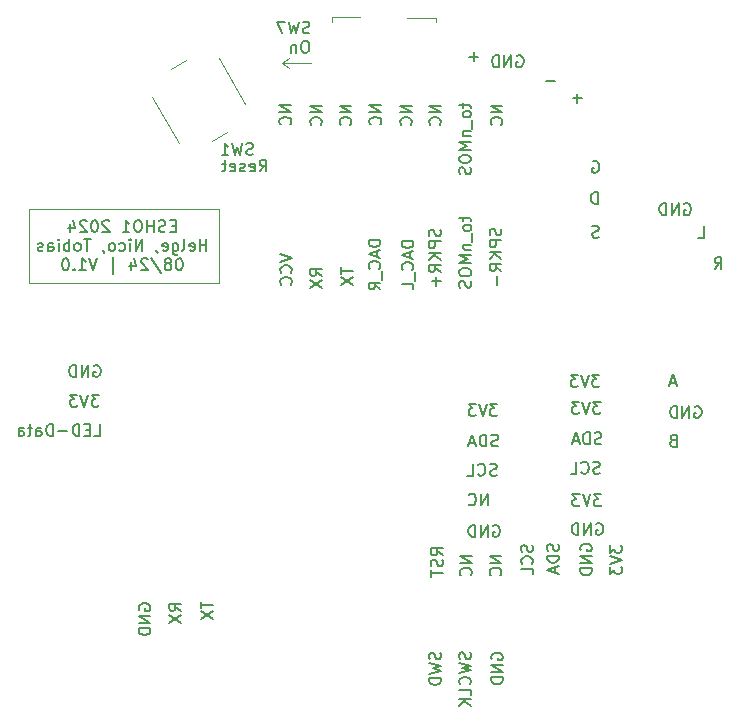
<source format=gbo>
%TF.GenerationSoftware,KiCad,Pcbnew,8.0.4*%
%TF.CreationDate,2024-08-30T00:59:46+02:00*%
%TF.ProjectId,smartEggTimer,736d6172-7445-4676-9754-696d65722e6b,rev?*%
%TF.SameCoordinates,Original*%
%TF.FileFunction,Legend,Bot*%
%TF.FilePolarity,Positive*%
%FSLAX46Y46*%
G04 Gerber Fmt 4.6, Leading zero omitted, Abs format (unit mm)*
G04 Created by KiCad (PCBNEW 8.0.4) date 2024-08-30 00:59:46*
%MOMM*%
%LPD*%
G01*
G04 APERTURE LIST*
G04 Aperture macros list*
%AMHorizOval*
0 Thick line with rounded ends*
0 $1 width*
0 $2 $3 position (X,Y) of the first rounded end (center of the circle)*
0 $4 $5 position (X,Y) of the second rounded end (center of the circle)*
0 Add line between two ends*
20,1,$1,$2,$3,$4,$5,0*
0 Add two circle primitives to create the rounded ends*
1,1,$1,$2,$3*
1,1,$1,$4,$5*%
%AMRotRect*
0 Rectangle, with rotation*
0 The origin of the aperture is its center*
0 $1 length*
0 $2 width*
0 $3 Rotation angle, in degrees counterclockwise*
0 Add horizontal line*
21,1,$1,$2,0,0,$3*%
G04 Aperture macros list end*
%ADD10C,0.100000*%
%ADD11C,0.153000*%
%ADD12C,0.120000*%
%ADD13C,1.100000*%
%ADD14C,2.000000*%
%ADD15R,1.700000X1.700000*%
%ADD16O,1.700000X1.700000*%
%ADD17C,1.524000*%
%ADD18C,1.800000*%
%ADD19O,3.500000X3.300000*%
%ADD20C,4.300000*%
%ADD21RotRect,1.700000X1.700000X60.000000*%
%ADD22HorizOval,1.700000X0.000000X0.000000X0.000000X0.000000X0*%
%ADD23RotRect,1.700000X1.700000X211.000000*%
%ADD24HorizOval,1.700000X0.000000X0.000000X0.000000X0.000000X0*%
%ADD25R,2.000000X1.905000*%
%ADD26O,2.000000X1.905000*%
%ADD27RotRect,1.700000X1.700000X75.000000*%
%ADD28HorizOval,1.700000X0.000000X0.000000X0.000000X0.000000X0*%
%ADD29O,2.200000X3.500000*%
%ADD30R,1.500000X2.500000*%
%ADD31O,1.500000X2.500000*%
G04 APERTURE END LIST*
D10*
X91400000Y-70450000D02*
X92000000Y-70850000D01*
X91400000Y-70450000D02*
X92000000Y-70050000D01*
X69962500Y-82825000D02*
X86037500Y-82825000D01*
X86037500Y-89100000D01*
X69962500Y-89100000D01*
X69962500Y-82825000D01*
X93800000Y-70450000D02*
X91400000Y-70450000D01*
X92000000Y-70050000D02*
X91400000Y-70450000D01*
D11*
X106702996Y-73845895D02*
X106702996Y-74226847D01*
X106369663Y-73988752D02*
X107226805Y-73988752D01*
X107226805Y-73988752D02*
X107322044Y-74036371D01*
X107322044Y-74036371D02*
X107369663Y-74131609D01*
X107369663Y-74131609D02*
X107369663Y-74226847D01*
X107369663Y-74703038D02*
X107322044Y-74607800D01*
X107322044Y-74607800D02*
X107274424Y-74560181D01*
X107274424Y-74560181D02*
X107179186Y-74512562D01*
X107179186Y-74512562D02*
X106893472Y-74512562D01*
X106893472Y-74512562D02*
X106798234Y-74560181D01*
X106798234Y-74560181D02*
X106750615Y-74607800D01*
X106750615Y-74607800D02*
X106702996Y-74703038D01*
X106702996Y-74703038D02*
X106702996Y-74845895D01*
X106702996Y-74845895D02*
X106750615Y-74941133D01*
X106750615Y-74941133D02*
X106798234Y-74988752D01*
X106798234Y-74988752D02*
X106893472Y-75036371D01*
X106893472Y-75036371D02*
X107179186Y-75036371D01*
X107179186Y-75036371D02*
X107274424Y-74988752D01*
X107274424Y-74988752D02*
X107322044Y-74941133D01*
X107322044Y-74941133D02*
X107369663Y-74845895D01*
X107369663Y-74845895D02*
X107369663Y-74703038D01*
X107464901Y-75226848D02*
X107464901Y-75988752D01*
X106702996Y-76226848D02*
X107369663Y-76226848D01*
X106798234Y-76226848D02*
X106750615Y-76274467D01*
X106750615Y-76274467D02*
X106702996Y-76369705D01*
X106702996Y-76369705D02*
X106702996Y-76512562D01*
X106702996Y-76512562D02*
X106750615Y-76607800D01*
X106750615Y-76607800D02*
X106845853Y-76655419D01*
X106845853Y-76655419D02*
X107369663Y-76655419D01*
X107369663Y-77131610D02*
X106369663Y-77131610D01*
X106369663Y-77131610D02*
X107083948Y-77464943D01*
X107083948Y-77464943D02*
X106369663Y-77798276D01*
X106369663Y-77798276D02*
X107369663Y-77798276D01*
X106369663Y-78464943D02*
X106369663Y-78655419D01*
X106369663Y-78655419D02*
X106417282Y-78750657D01*
X106417282Y-78750657D02*
X106512520Y-78845895D01*
X106512520Y-78845895D02*
X106702996Y-78893514D01*
X106702996Y-78893514D02*
X107036329Y-78893514D01*
X107036329Y-78893514D02*
X107226805Y-78845895D01*
X107226805Y-78845895D02*
X107322044Y-78750657D01*
X107322044Y-78750657D02*
X107369663Y-78655419D01*
X107369663Y-78655419D02*
X107369663Y-78464943D01*
X107369663Y-78464943D02*
X107322044Y-78369705D01*
X107322044Y-78369705D02*
X107226805Y-78274467D01*
X107226805Y-78274467D02*
X107036329Y-78226848D01*
X107036329Y-78226848D02*
X106702996Y-78226848D01*
X106702996Y-78226848D02*
X106512520Y-78274467D01*
X106512520Y-78274467D02*
X106417282Y-78369705D01*
X106417282Y-78369705D02*
X106369663Y-78464943D01*
X107322044Y-79274467D02*
X107369663Y-79417324D01*
X107369663Y-79417324D02*
X107369663Y-79655419D01*
X107369663Y-79655419D02*
X107322044Y-79750657D01*
X107322044Y-79750657D02*
X107274424Y-79798276D01*
X107274424Y-79798276D02*
X107179186Y-79845895D01*
X107179186Y-79845895D02*
X107083948Y-79845895D01*
X107083948Y-79845895D02*
X106988710Y-79798276D01*
X106988710Y-79798276D02*
X106941091Y-79750657D01*
X106941091Y-79750657D02*
X106893472Y-79655419D01*
X106893472Y-79655419D02*
X106845853Y-79464943D01*
X106845853Y-79464943D02*
X106798234Y-79369705D01*
X106798234Y-79369705D02*
X106750615Y-79322086D01*
X106750615Y-79322086D02*
X106655377Y-79274467D01*
X106655377Y-79274467D02*
X106560139Y-79274467D01*
X106560139Y-79274467D02*
X106464901Y-79322086D01*
X106464901Y-79322086D02*
X106417282Y-79369705D01*
X106417282Y-79369705D02*
X106369663Y-79464943D01*
X106369663Y-79464943D02*
X106369663Y-79703038D01*
X106369663Y-79703038D02*
X106417282Y-79845895D01*
X124502914Y-102395853D02*
X124360057Y-102443472D01*
X124360057Y-102443472D02*
X124312438Y-102491091D01*
X124312438Y-102491091D02*
X124264819Y-102586329D01*
X124264819Y-102586329D02*
X124264819Y-102729186D01*
X124264819Y-102729186D02*
X124312438Y-102824424D01*
X124312438Y-102824424D02*
X124360057Y-102872044D01*
X124360057Y-102872044D02*
X124455295Y-102919663D01*
X124455295Y-102919663D02*
X124836247Y-102919663D01*
X124836247Y-102919663D02*
X124836247Y-101919663D01*
X124836247Y-101919663D02*
X124502914Y-101919663D01*
X124502914Y-101919663D02*
X124407676Y-101967282D01*
X124407676Y-101967282D02*
X124360057Y-102014901D01*
X124360057Y-102014901D02*
X124312438Y-102110139D01*
X124312438Y-102110139D02*
X124312438Y-102205377D01*
X124312438Y-102205377D02*
X124360057Y-102300615D01*
X124360057Y-102300615D02*
X124407676Y-102348234D01*
X124407676Y-102348234D02*
X124502914Y-102395853D01*
X124502914Y-102395853D02*
X124836247Y-102395853D01*
X118308866Y-105147044D02*
X118166009Y-105194663D01*
X118166009Y-105194663D02*
X117927914Y-105194663D01*
X117927914Y-105194663D02*
X117832676Y-105147044D01*
X117832676Y-105147044D02*
X117785057Y-105099424D01*
X117785057Y-105099424D02*
X117737438Y-105004186D01*
X117737438Y-105004186D02*
X117737438Y-104908948D01*
X117737438Y-104908948D02*
X117785057Y-104813710D01*
X117785057Y-104813710D02*
X117832676Y-104766091D01*
X117832676Y-104766091D02*
X117927914Y-104718472D01*
X117927914Y-104718472D02*
X118118390Y-104670853D01*
X118118390Y-104670853D02*
X118213628Y-104623234D01*
X118213628Y-104623234D02*
X118261247Y-104575615D01*
X118261247Y-104575615D02*
X118308866Y-104480377D01*
X118308866Y-104480377D02*
X118308866Y-104385139D01*
X118308866Y-104385139D02*
X118261247Y-104289901D01*
X118261247Y-104289901D02*
X118213628Y-104242282D01*
X118213628Y-104242282D02*
X118118390Y-104194663D01*
X118118390Y-104194663D02*
X117880295Y-104194663D01*
X117880295Y-104194663D02*
X117737438Y-104242282D01*
X116737438Y-105099424D02*
X116785057Y-105147044D01*
X116785057Y-105147044D02*
X116927914Y-105194663D01*
X116927914Y-105194663D02*
X117023152Y-105194663D01*
X117023152Y-105194663D02*
X117166009Y-105147044D01*
X117166009Y-105147044D02*
X117261247Y-105051805D01*
X117261247Y-105051805D02*
X117308866Y-104956567D01*
X117308866Y-104956567D02*
X117356485Y-104766091D01*
X117356485Y-104766091D02*
X117356485Y-104623234D01*
X117356485Y-104623234D02*
X117308866Y-104432758D01*
X117308866Y-104432758D02*
X117261247Y-104337520D01*
X117261247Y-104337520D02*
X117166009Y-104242282D01*
X117166009Y-104242282D02*
X117023152Y-104194663D01*
X117023152Y-104194663D02*
X116927914Y-104194663D01*
X116927914Y-104194663D02*
X116785057Y-104242282D01*
X116785057Y-104242282D02*
X116737438Y-104289901D01*
X115832676Y-105194663D02*
X116308866Y-105194663D01*
X116308866Y-105194663D02*
X116308866Y-104194663D01*
X109969663Y-112188752D02*
X108969663Y-112188752D01*
X108969663Y-112188752D02*
X109969663Y-112760180D01*
X109969663Y-112760180D02*
X108969663Y-112760180D01*
X109874424Y-113807799D02*
X109922044Y-113760180D01*
X109922044Y-113760180D02*
X109969663Y-113617323D01*
X109969663Y-113617323D02*
X109969663Y-113522085D01*
X109969663Y-113522085D02*
X109922044Y-113379228D01*
X109922044Y-113379228D02*
X109826805Y-113283990D01*
X109826805Y-113283990D02*
X109731567Y-113236371D01*
X109731567Y-113236371D02*
X109541091Y-113188752D01*
X109541091Y-113188752D02*
X109398234Y-113188752D01*
X109398234Y-113188752D02*
X109207758Y-113236371D01*
X109207758Y-113236371D02*
X109112520Y-113283990D01*
X109112520Y-113283990D02*
X109017282Y-113379228D01*
X109017282Y-113379228D02*
X108969663Y-113522085D01*
X108969663Y-113522085D02*
X108969663Y-113617323D01*
X108969663Y-113617323D02*
X109017282Y-113760180D01*
X109017282Y-113760180D02*
X109064901Y-113807799D01*
X118256485Y-96844663D02*
X117637438Y-96844663D01*
X117637438Y-96844663D02*
X117970771Y-97225615D01*
X117970771Y-97225615D02*
X117827914Y-97225615D01*
X117827914Y-97225615D02*
X117732676Y-97273234D01*
X117732676Y-97273234D02*
X117685057Y-97320853D01*
X117685057Y-97320853D02*
X117637438Y-97416091D01*
X117637438Y-97416091D02*
X117637438Y-97654186D01*
X117637438Y-97654186D02*
X117685057Y-97749424D01*
X117685057Y-97749424D02*
X117732676Y-97797044D01*
X117732676Y-97797044D02*
X117827914Y-97844663D01*
X117827914Y-97844663D02*
X118113628Y-97844663D01*
X118113628Y-97844663D02*
X118208866Y-97797044D01*
X118208866Y-97797044D02*
X118256485Y-97749424D01*
X117351723Y-96844663D02*
X117018390Y-97844663D01*
X117018390Y-97844663D02*
X116685057Y-96844663D01*
X116446961Y-96844663D02*
X115827914Y-96844663D01*
X115827914Y-96844663D02*
X116161247Y-97225615D01*
X116161247Y-97225615D02*
X116018390Y-97225615D01*
X116018390Y-97225615D02*
X115923152Y-97273234D01*
X115923152Y-97273234D02*
X115875533Y-97320853D01*
X115875533Y-97320853D02*
X115827914Y-97416091D01*
X115827914Y-97416091D02*
X115827914Y-97654186D01*
X115827914Y-97654186D02*
X115875533Y-97749424D01*
X115875533Y-97749424D02*
X115923152Y-97797044D01*
X115923152Y-97797044D02*
X116018390Y-97844663D01*
X116018390Y-97844663D02*
X116304104Y-97844663D01*
X116304104Y-97844663D02*
X116399342Y-97797044D01*
X116399342Y-97797044D02*
X116446961Y-97749424D01*
X93445771Y-68569663D02*
X93255295Y-68569663D01*
X93255295Y-68569663D02*
X93160057Y-68617282D01*
X93160057Y-68617282D02*
X93064819Y-68712520D01*
X93064819Y-68712520D02*
X93017200Y-68902996D01*
X93017200Y-68902996D02*
X93017200Y-69236329D01*
X93017200Y-69236329D02*
X93064819Y-69426805D01*
X93064819Y-69426805D02*
X93160057Y-69522044D01*
X93160057Y-69522044D02*
X93255295Y-69569663D01*
X93255295Y-69569663D02*
X93445771Y-69569663D01*
X93445771Y-69569663D02*
X93541009Y-69522044D01*
X93541009Y-69522044D02*
X93636247Y-69426805D01*
X93636247Y-69426805D02*
X93683866Y-69236329D01*
X93683866Y-69236329D02*
X93683866Y-68902996D01*
X93683866Y-68902996D02*
X93636247Y-68712520D01*
X93636247Y-68712520D02*
X93541009Y-68617282D01*
X93541009Y-68617282D02*
X93445771Y-68569663D01*
X92588628Y-68902996D02*
X92588628Y-69569663D01*
X92588628Y-68998234D02*
X92541009Y-68950615D01*
X92541009Y-68950615D02*
X92445771Y-68902996D01*
X92445771Y-68902996D02*
X92302914Y-68902996D01*
X92302914Y-68902996D02*
X92207676Y-68950615D01*
X92207676Y-68950615D02*
X92160057Y-69045853D01*
X92160057Y-69045853D02*
X92160057Y-69569663D01*
X106727996Y-83445895D02*
X106727996Y-83826847D01*
X106394663Y-83588752D02*
X107251805Y-83588752D01*
X107251805Y-83588752D02*
X107347044Y-83636371D01*
X107347044Y-83636371D02*
X107394663Y-83731609D01*
X107394663Y-83731609D02*
X107394663Y-83826847D01*
X107394663Y-84303038D02*
X107347044Y-84207800D01*
X107347044Y-84207800D02*
X107299424Y-84160181D01*
X107299424Y-84160181D02*
X107204186Y-84112562D01*
X107204186Y-84112562D02*
X106918472Y-84112562D01*
X106918472Y-84112562D02*
X106823234Y-84160181D01*
X106823234Y-84160181D02*
X106775615Y-84207800D01*
X106775615Y-84207800D02*
X106727996Y-84303038D01*
X106727996Y-84303038D02*
X106727996Y-84445895D01*
X106727996Y-84445895D02*
X106775615Y-84541133D01*
X106775615Y-84541133D02*
X106823234Y-84588752D01*
X106823234Y-84588752D02*
X106918472Y-84636371D01*
X106918472Y-84636371D02*
X107204186Y-84636371D01*
X107204186Y-84636371D02*
X107299424Y-84588752D01*
X107299424Y-84588752D02*
X107347044Y-84541133D01*
X107347044Y-84541133D02*
X107394663Y-84445895D01*
X107394663Y-84445895D02*
X107394663Y-84303038D01*
X107489901Y-84826848D02*
X107489901Y-85588752D01*
X106727996Y-85826848D02*
X107394663Y-85826848D01*
X106823234Y-85826848D02*
X106775615Y-85874467D01*
X106775615Y-85874467D02*
X106727996Y-85969705D01*
X106727996Y-85969705D02*
X106727996Y-86112562D01*
X106727996Y-86112562D02*
X106775615Y-86207800D01*
X106775615Y-86207800D02*
X106870853Y-86255419D01*
X106870853Y-86255419D02*
X107394663Y-86255419D01*
X107394663Y-86731610D02*
X106394663Y-86731610D01*
X106394663Y-86731610D02*
X107108948Y-87064943D01*
X107108948Y-87064943D02*
X106394663Y-87398276D01*
X106394663Y-87398276D02*
X107394663Y-87398276D01*
X106394663Y-88064943D02*
X106394663Y-88255419D01*
X106394663Y-88255419D02*
X106442282Y-88350657D01*
X106442282Y-88350657D02*
X106537520Y-88445895D01*
X106537520Y-88445895D02*
X106727996Y-88493514D01*
X106727996Y-88493514D02*
X107061329Y-88493514D01*
X107061329Y-88493514D02*
X107251805Y-88445895D01*
X107251805Y-88445895D02*
X107347044Y-88350657D01*
X107347044Y-88350657D02*
X107394663Y-88255419D01*
X107394663Y-88255419D02*
X107394663Y-88064943D01*
X107394663Y-88064943D02*
X107347044Y-87969705D01*
X107347044Y-87969705D02*
X107251805Y-87874467D01*
X107251805Y-87874467D02*
X107061329Y-87826848D01*
X107061329Y-87826848D02*
X106727996Y-87826848D01*
X106727996Y-87826848D02*
X106537520Y-87874467D01*
X106537520Y-87874467D02*
X106442282Y-87969705D01*
X106442282Y-87969705D02*
X106394663Y-88064943D01*
X107347044Y-88874467D02*
X107394663Y-89017324D01*
X107394663Y-89017324D02*
X107394663Y-89255419D01*
X107394663Y-89255419D02*
X107347044Y-89350657D01*
X107347044Y-89350657D02*
X107299424Y-89398276D01*
X107299424Y-89398276D02*
X107204186Y-89445895D01*
X107204186Y-89445895D02*
X107108948Y-89445895D01*
X107108948Y-89445895D02*
X107013710Y-89398276D01*
X107013710Y-89398276D02*
X106966091Y-89350657D01*
X106966091Y-89350657D02*
X106918472Y-89255419D01*
X106918472Y-89255419D02*
X106870853Y-89064943D01*
X106870853Y-89064943D02*
X106823234Y-88969705D01*
X106823234Y-88969705D02*
X106775615Y-88922086D01*
X106775615Y-88922086D02*
X106680377Y-88874467D01*
X106680377Y-88874467D02*
X106585139Y-88874467D01*
X106585139Y-88874467D02*
X106489901Y-88922086D01*
X106489901Y-88922086D02*
X106442282Y-88969705D01*
X106442282Y-88969705D02*
X106394663Y-89064943D01*
X106394663Y-89064943D02*
X106394663Y-89303038D01*
X106394663Y-89303038D02*
X106442282Y-89445895D01*
X125437438Y-82367282D02*
X125532676Y-82319663D01*
X125532676Y-82319663D02*
X125675533Y-82319663D01*
X125675533Y-82319663D02*
X125818390Y-82367282D01*
X125818390Y-82367282D02*
X125913628Y-82462520D01*
X125913628Y-82462520D02*
X125961247Y-82557758D01*
X125961247Y-82557758D02*
X126008866Y-82748234D01*
X126008866Y-82748234D02*
X126008866Y-82891091D01*
X126008866Y-82891091D02*
X125961247Y-83081567D01*
X125961247Y-83081567D02*
X125913628Y-83176805D01*
X125913628Y-83176805D02*
X125818390Y-83272044D01*
X125818390Y-83272044D02*
X125675533Y-83319663D01*
X125675533Y-83319663D02*
X125580295Y-83319663D01*
X125580295Y-83319663D02*
X125437438Y-83272044D01*
X125437438Y-83272044D02*
X125389819Y-83224424D01*
X125389819Y-83224424D02*
X125389819Y-82891091D01*
X125389819Y-82891091D02*
X125580295Y-82891091D01*
X124961247Y-83319663D02*
X124961247Y-82319663D01*
X124961247Y-82319663D02*
X124389819Y-83319663D01*
X124389819Y-83319663D02*
X124389819Y-82319663D01*
X123913628Y-83319663D02*
X123913628Y-82319663D01*
X123913628Y-82319663D02*
X123675533Y-82319663D01*
X123675533Y-82319663D02*
X123532676Y-82367282D01*
X123532676Y-82367282D02*
X123437438Y-82462520D01*
X123437438Y-82462520D02*
X123389819Y-82557758D01*
X123389819Y-82557758D02*
X123342200Y-82748234D01*
X123342200Y-82748234D02*
X123342200Y-82891091D01*
X123342200Y-82891091D02*
X123389819Y-83081567D01*
X123389819Y-83081567D02*
X123437438Y-83176805D01*
X123437438Y-83176805D02*
X123532676Y-83272044D01*
X123532676Y-83272044D02*
X123675533Y-83319663D01*
X123675533Y-83319663D02*
X123913628Y-83319663D01*
X114461247Y-71988710D02*
X113699343Y-71988710D01*
X82819663Y-116810180D02*
X82343472Y-116476847D01*
X82819663Y-116238752D02*
X81819663Y-116238752D01*
X81819663Y-116238752D02*
X81819663Y-116619704D01*
X81819663Y-116619704D02*
X81867282Y-116714942D01*
X81867282Y-116714942D02*
X81914901Y-116762561D01*
X81914901Y-116762561D02*
X82010139Y-116810180D01*
X82010139Y-116810180D02*
X82152996Y-116810180D01*
X82152996Y-116810180D02*
X82248234Y-116762561D01*
X82248234Y-116762561D02*
X82295853Y-116714942D01*
X82295853Y-116714942D02*
X82343472Y-116619704D01*
X82343472Y-116619704D02*
X82343472Y-116238752D01*
X81819663Y-117143514D02*
X82819663Y-117810180D01*
X81819663Y-117810180D02*
X82819663Y-117143514D01*
X99719663Y-85413752D02*
X98719663Y-85413752D01*
X98719663Y-85413752D02*
X98719663Y-85651847D01*
X98719663Y-85651847D02*
X98767282Y-85794704D01*
X98767282Y-85794704D02*
X98862520Y-85889942D01*
X98862520Y-85889942D02*
X98957758Y-85937561D01*
X98957758Y-85937561D02*
X99148234Y-85985180D01*
X99148234Y-85985180D02*
X99291091Y-85985180D01*
X99291091Y-85985180D02*
X99481567Y-85937561D01*
X99481567Y-85937561D02*
X99576805Y-85889942D01*
X99576805Y-85889942D02*
X99672044Y-85794704D01*
X99672044Y-85794704D02*
X99719663Y-85651847D01*
X99719663Y-85651847D02*
X99719663Y-85413752D01*
X99433948Y-86366133D02*
X99433948Y-86842323D01*
X99719663Y-86270895D02*
X98719663Y-86604228D01*
X98719663Y-86604228D02*
X99719663Y-86937561D01*
X99624424Y-87842323D02*
X99672044Y-87794704D01*
X99672044Y-87794704D02*
X99719663Y-87651847D01*
X99719663Y-87651847D02*
X99719663Y-87556609D01*
X99719663Y-87556609D02*
X99672044Y-87413752D01*
X99672044Y-87413752D02*
X99576805Y-87318514D01*
X99576805Y-87318514D02*
X99481567Y-87270895D01*
X99481567Y-87270895D02*
X99291091Y-87223276D01*
X99291091Y-87223276D02*
X99148234Y-87223276D01*
X99148234Y-87223276D02*
X98957758Y-87270895D01*
X98957758Y-87270895D02*
X98862520Y-87318514D01*
X98862520Y-87318514D02*
X98767282Y-87413752D01*
X98767282Y-87413752D02*
X98719663Y-87556609D01*
X98719663Y-87556609D02*
X98719663Y-87651847D01*
X98719663Y-87651847D02*
X98767282Y-87794704D01*
X98767282Y-87794704D02*
X98814901Y-87842323D01*
X99814901Y-88032800D02*
X99814901Y-88794704D01*
X99719663Y-89604228D02*
X99243472Y-89270895D01*
X99719663Y-89032800D02*
X98719663Y-89032800D01*
X98719663Y-89032800D02*
X98719663Y-89413752D01*
X98719663Y-89413752D02*
X98767282Y-89508990D01*
X98767282Y-89508990D02*
X98814901Y-89556609D01*
X98814901Y-89556609D02*
X98910139Y-89604228D01*
X98910139Y-89604228D02*
X99052996Y-89604228D01*
X99052996Y-89604228D02*
X99148234Y-89556609D01*
X99148234Y-89556609D02*
X99195853Y-89508990D01*
X99195853Y-89508990D02*
X99243472Y-89413752D01*
X99243472Y-89413752D02*
X99243472Y-89032800D01*
X109922044Y-84466133D02*
X109969663Y-84608990D01*
X109969663Y-84608990D02*
X109969663Y-84847085D01*
X109969663Y-84847085D02*
X109922044Y-84942323D01*
X109922044Y-84942323D02*
X109874424Y-84989942D01*
X109874424Y-84989942D02*
X109779186Y-85037561D01*
X109779186Y-85037561D02*
X109683948Y-85037561D01*
X109683948Y-85037561D02*
X109588710Y-84989942D01*
X109588710Y-84989942D02*
X109541091Y-84942323D01*
X109541091Y-84942323D02*
X109493472Y-84847085D01*
X109493472Y-84847085D02*
X109445853Y-84656609D01*
X109445853Y-84656609D02*
X109398234Y-84561371D01*
X109398234Y-84561371D02*
X109350615Y-84513752D01*
X109350615Y-84513752D02*
X109255377Y-84466133D01*
X109255377Y-84466133D02*
X109160139Y-84466133D01*
X109160139Y-84466133D02*
X109064901Y-84513752D01*
X109064901Y-84513752D02*
X109017282Y-84561371D01*
X109017282Y-84561371D02*
X108969663Y-84656609D01*
X108969663Y-84656609D02*
X108969663Y-84894704D01*
X108969663Y-84894704D02*
X109017282Y-85037561D01*
X109969663Y-85466133D02*
X108969663Y-85466133D01*
X108969663Y-85466133D02*
X108969663Y-85847085D01*
X108969663Y-85847085D02*
X109017282Y-85942323D01*
X109017282Y-85942323D02*
X109064901Y-85989942D01*
X109064901Y-85989942D02*
X109160139Y-86037561D01*
X109160139Y-86037561D02*
X109302996Y-86037561D01*
X109302996Y-86037561D02*
X109398234Y-85989942D01*
X109398234Y-85989942D02*
X109445853Y-85942323D01*
X109445853Y-85942323D02*
X109493472Y-85847085D01*
X109493472Y-85847085D02*
X109493472Y-85466133D01*
X109969663Y-86466133D02*
X108969663Y-86466133D01*
X109969663Y-87037561D02*
X109398234Y-86608990D01*
X108969663Y-87037561D02*
X109541091Y-86466133D01*
X109969663Y-88037561D02*
X109493472Y-87704228D01*
X109969663Y-87466133D02*
X108969663Y-87466133D01*
X108969663Y-87466133D02*
X108969663Y-87847085D01*
X108969663Y-87847085D02*
X109017282Y-87942323D01*
X109017282Y-87942323D02*
X109064901Y-87989942D01*
X109064901Y-87989942D02*
X109160139Y-88037561D01*
X109160139Y-88037561D02*
X109302996Y-88037561D01*
X109302996Y-88037561D02*
X109398234Y-87989942D01*
X109398234Y-87989942D02*
X109445853Y-87942323D01*
X109445853Y-87942323D02*
X109493472Y-87847085D01*
X109493472Y-87847085D02*
X109493472Y-87466133D01*
X109588710Y-88466133D02*
X109588710Y-89228038D01*
X108811247Y-107894663D02*
X108811247Y-106894663D01*
X108811247Y-106894663D02*
X108239819Y-107894663D01*
X108239819Y-107894663D02*
X108239819Y-106894663D01*
X107192200Y-107799424D02*
X107239819Y-107847044D01*
X107239819Y-107847044D02*
X107382676Y-107894663D01*
X107382676Y-107894663D02*
X107477914Y-107894663D01*
X107477914Y-107894663D02*
X107620771Y-107847044D01*
X107620771Y-107847044D02*
X107716009Y-107751805D01*
X107716009Y-107751805D02*
X107763628Y-107656567D01*
X107763628Y-107656567D02*
X107811247Y-107466091D01*
X107811247Y-107466091D02*
X107811247Y-107323234D01*
X107811247Y-107323234D02*
X107763628Y-107132758D01*
X107763628Y-107132758D02*
X107716009Y-107037520D01*
X107716009Y-107037520D02*
X107620771Y-106942282D01*
X107620771Y-106942282D02*
X107477914Y-106894663D01*
X107477914Y-106894663D02*
X107382676Y-106894663D01*
X107382676Y-106894663D02*
X107239819Y-106942282D01*
X107239819Y-106942282D02*
X107192200Y-106989901D01*
X104844663Y-74038752D02*
X103844663Y-74038752D01*
X103844663Y-74038752D02*
X104844663Y-74610180D01*
X104844663Y-74610180D02*
X103844663Y-74610180D01*
X104749424Y-75657799D02*
X104797044Y-75610180D01*
X104797044Y-75610180D02*
X104844663Y-75467323D01*
X104844663Y-75467323D02*
X104844663Y-75372085D01*
X104844663Y-75372085D02*
X104797044Y-75229228D01*
X104797044Y-75229228D02*
X104701805Y-75133990D01*
X104701805Y-75133990D02*
X104606567Y-75086371D01*
X104606567Y-75086371D02*
X104416091Y-75038752D01*
X104416091Y-75038752D02*
X104273234Y-75038752D01*
X104273234Y-75038752D02*
X104082758Y-75086371D01*
X104082758Y-75086371D02*
X103987520Y-75133990D01*
X103987520Y-75133990D02*
X103892282Y-75229228D01*
X103892282Y-75229228D02*
X103844663Y-75372085D01*
X103844663Y-75372085D02*
X103844663Y-75467323D01*
X103844663Y-75467323D02*
X103892282Y-75610180D01*
X103892282Y-75610180D02*
X103939901Y-75657799D01*
X104797044Y-120366133D02*
X104844663Y-120508990D01*
X104844663Y-120508990D02*
X104844663Y-120747085D01*
X104844663Y-120747085D02*
X104797044Y-120842323D01*
X104797044Y-120842323D02*
X104749424Y-120889942D01*
X104749424Y-120889942D02*
X104654186Y-120937561D01*
X104654186Y-120937561D02*
X104558948Y-120937561D01*
X104558948Y-120937561D02*
X104463710Y-120889942D01*
X104463710Y-120889942D02*
X104416091Y-120842323D01*
X104416091Y-120842323D02*
X104368472Y-120747085D01*
X104368472Y-120747085D02*
X104320853Y-120556609D01*
X104320853Y-120556609D02*
X104273234Y-120461371D01*
X104273234Y-120461371D02*
X104225615Y-120413752D01*
X104225615Y-120413752D02*
X104130377Y-120366133D01*
X104130377Y-120366133D02*
X104035139Y-120366133D01*
X104035139Y-120366133D02*
X103939901Y-120413752D01*
X103939901Y-120413752D02*
X103892282Y-120461371D01*
X103892282Y-120461371D02*
X103844663Y-120556609D01*
X103844663Y-120556609D02*
X103844663Y-120794704D01*
X103844663Y-120794704D02*
X103892282Y-120937561D01*
X103844663Y-121270895D02*
X104844663Y-121508990D01*
X104844663Y-121508990D02*
X104130377Y-121699466D01*
X104130377Y-121699466D02*
X104844663Y-121889942D01*
X104844663Y-121889942D02*
X103844663Y-122128038D01*
X104844663Y-122508990D02*
X103844663Y-122508990D01*
X103844663Y-122508990D02*
X103844663Y-122747085D01*
X103844663Y-122747085D02*
X103892282Y-122889942D01*
X103892282Y-122889942D02*
X103987520Y-122985180D01*
X103987520Y-122985180D02*
X104082758Y-123032799D01*
X104082758Y-123032799D02*
X104273234Y-123080418D01*
X104273234Y-123080418D02*
X104416091Y-123080418D01*
X104416091Y-123080418D02*
X104606567Y-123032799D01*
X104606567Y-123032799D02*
X104701805Y-122985180D01*
X104701805Y-122985180D02*
X104797044Y-122889942D01*
X104797044Y-122889942D02*
X104844663Y-122747085D01*
X104844663Y-122747085D02*
X104844663Y-122508990D01*
X118356485Y-99119663D02*
X117737438Y-99119663D01*
X117737438Y-99119663D02*
X118070771Y-99500615D01*
X118070771Y-99500615D02*
X117927914Y-99500615D01*
X117927914Y-99500615D02*
X117832676Y-99548234D01*
X117832676Y-99548234D02*
X117785057Y-99595853D01*
X117785057Y-99595853D02*
X117737438Y-99691091D01*
X117737438Y-99691091D02*
X117737438Y-99929186D01*
X117737438Y-99929186D02*
X117785057Y-100024424D01*
X117785057Y-100024424D02*
X117832676Y-100072044D01*
X117832676Y-100072044D02*
X117927914Y-100119663D01*
X117927914Y-100119663D02*
X118213628Y-100119663D01*
X118213628Y-100119663D02*
X118308866Y-100072044D01*
X118308866Y-100072044D02*
X118356485Y-100024424D01*
X117451723Y-99119663D02*
X117118390Y-100119663D01*
X117118390Y-100119663D02*
X116785057Y-99119663D01*
X116546961Y-99119663D02*
X115927914Y-99119663D01*
X115927914Y-99119663D02*
X116261247Y-99500615D01*
X116261247Y-99500615D02*
X116118390Y-99500615D01*
X116118390Y-99500615D02*
X116023152Y-99548234D01*
X116023152Y-99548234D02*
X115975533Y-99595853D01*
X115975533Y-99595853D02*
X115927914Y-99691091D01*
X115927914Y-99691091D02*
X115927914Y-99929186D01*
X115927914Y-99929186D02*
X115975533Y-100024424D01*
X115975533Y-100024424D02*
X116023152Y-100072044D01*
X116023152Y-100072044D02*
X116118390Y-100119663D01*
X116118390Y-100119663D02*
X116404104Y-100119663D01*
X116404104Y-100119663D02*
X116499342Y-100072044D01*
X116499342Y-100072044D02*
X116546961Y-100024424D01*
X109262438Y-109617282D02*
X109357676Y-109569663D01*
X109357676Y-109569663D02*
X109500533Y-109569663D01*
X109500533Y-109569663D02*
X109643390Y-109617282D01*
X109643390Y-109617282D02*
X109738628Y-109712520D01*
X109738628Y-109712520D02*
X109786247Y-109807758D01*
X109786247Y-109807758D02*
X109833866Y-109998234D01*
X109833866Y-109998234D02*
X109833866Y-110141091D01*
X109833866Y-110141091D02*
X109786247Y-110331567D01*
X109786247Y-110331567D02*
X109738628Y-110426805D01*
X109738628Y-110426805D02*
X109643390Y-110522044D01*
X109643390Y-110522044D02*
X109500533Y-110569663D01*
X109500533Y-110569663D02*
X109405295Y-110569663D01*
X109405295Y-110569663D02*
X109262438Y-110522044D01*
X109262438Y-110522044D02*
X109214819Y-110474424D01*
X109214819Y-110474424D02*
X109214819Y-110141091D01*
X109214819Y-110141091D02*
X109405295Y-110141091D01*
X108786247Y-110569663D02*
X108786247Y-109569663D01*
X108786247Y-109569663D02*
X108214819Y-110569663D01*
X108214819Y-110569663D02*
X108214819Y-109569663D01*
X107738628Y-110569663D02*
X107738628Y-109569663D01*
X107738628Y-109569663D02*
X107500533Y-109569663D01*
X107500533Y-109569663D02*
X107357676Y-109617282D01*
X107357676Y-109617282D02*
X107262438Y-109712520D01*
X107262438Y-109712520D02*
X107214819Y-109807758D01*
X107214819Y-109807758D02*
X107167200Y-109998234D01*
X107167200Y-109998234D02*
X107167200Y-110141091D01*
X107167200Y-110141091D02*
X107214819Y-110331567D01*
X107214819Y-110331567D02*
X107262438Y-110426805D01*
X107262438Y-110426805D02*
X107357676Y-110522044D01*
X107357676Y-110522044D02*
X107500533Y-110569663D01*
X107500533Y-110569663D02*
X107738628Y-110569663D01*
X128014819Y-87869663D02*
X128348152Y-87393472D01*
X128586247Y-87869663D02*
X128586247Y-86869663D01*
X128586247Y-86869663D02*
X128205295Y-86869663D01*
X128205295Y-86869663D02*
X128110057Y-86917282D01*
X128110057Y-86917282D02*
X128062438Y-86964901D01*
X128062438Y-86964901D02*
X128014819Y-87060139D01*
X128014819Y-87060139D02*
X128014819Y-87202996D01*
X128014819Y-87202996D02*
X128062438Y-87298234D01*
X128062438Y-87298234D02*
X128110057Y-87345853D01*
X128110057Y-87345853D02*
X128205295Y-87393472D01*
X128205295Y-87393472D02*
X128586247Y-87393472D01*
X118208866Y-85172044D02*
X118066009Y-85219663D01*
X118066009Y-85219663D02*
X117827914Y-85219663D01*
X117827914Y-85219663D02*
X117732676Y-85172044D01*
X117732676Y-85172044D02*
X117685057Y-85124424D01*
X117685057Y-85124424D02*
X117637438Y-85029186D01*
X117637438Y-85029186D02*
X117637438Y-84933948D01*
X117637438Y-84933948D02*
X117685057Y-84838710D01*
X117685057Y-84838710D02*
X117732676Y-84791091D01*
X117732676Y-84791091D02*
X117827914Y-84743472D01*
X117827914Y-84743472D02*
X118018390Y-84695853D01*
X118018390Y-84695853D02*
X118113628Y-84648234D01*
X118113628Y-84648234D02*
X118161247Y-84600615D01*
X118161247Y-84600615D02*
X118208866Y-84505377D01*
X118208866Y-84505377D02*
X118208866Y-84410139D01*
X118208866Y-84410139D02*
X118161247Y-84314901D01*
X118161247Y-84314901D02*
X118113628Y-84267282D01*
X118113628Y-84267282D02*
X118018390Y-84219663D01*
X118018390Y-84219663D02*
X117780295Y-84219663D01*
X117780295Y-84219663D02*
X117637438Y-84267282D01*
X102519663Y-85513752D02*
X101519663Y-85513752D01*
X101519663Y-85513752D02*
X101519663Y-85751847D01*
X101519663Y-85751847D02*
X101567282Y-85894704D01*
X101567282Y-85894704D02*
X101662520Y-85989942D01*
X101662520Y-85989942D02*
X101757758Y-86037561D01*
X101757758Y-86037561D02*
X101948234Y-86085180D01*
X101948234Y-86085180D02*
X102091091Y-86085180D01*
X102091091Y-86085180D02*
X102281567Y-86037561D01*
X102281567Y-86037561D02*
X102376805Y-85989942D01*
X102376805Y-85989942D02*
X102472044Y-85894704D01*
X102472044Y-85894704D02*
X102519663Y-85751847D01*
X102519663Y-85751847D02*
X102519663Y-85513752D01*
X102233948Y-86466133D02*
X102233948Y-86942323D01*
X102519663Y-86370895D02*
X101519663Y-86704228D01*
X101519663Y-86704228D02*
X102519663Y-87037561D01*
X102424424Y-87942323D02*
X102472044Y-87894704D01*
X102472044Y-87894704D02*
X102519663Y-87751847D01*
X102519663Y-87751847D02*
X102519663Y-87656609D01*
X102519663Y-87656609D02*
X102472044Y-87513752D01*
X102472044Y-87513752D02*
X102376805Y-87418514D01*
X102376805Y-87418514D02*
X102281567Y-87370895D01*
X102281567Y-87370895D02*
X102091091Y-87323276D01*
X102091091Y-87323276D02*
X101948234Y-87323276D01*
X101948234Y-87323276D02*
X101757758Y-87370895D01*
X101757758Y-87370895D02*
X101662520Y-87418514D01*
X101662520Y-87418514D02*
X101567282Y-87513752D01*
X101567282Y-87513752D02*
X101519663Y-87656609D01*
X101519663Y-87656609D02*
X101519663Y-87751847D01*
X101519663Y-87751847D02*
X101567282Y-87894704D01*
X101567282Y-87894704D02*
X101614901Y-87942323D01*
X102614901Y-88132800D02*
X102614901Y-88894704D01*
X102519663Y-89608990D02*
X102519663Y-89132800D01*
X102519663Y-89132800D02*
X101519663Y-89132800D01*
X96369663Y-87720895D02*
X96369663Y-88292323D01*
X97369663Y-88006609D02*
X96369663Y-88006609D01*
X96369663Y-88530419D02*
X97369663Y-89197085D01*
X96369663Y-89197085D02*
X97369663Y-88530419D01*
X104994663Y-112110180D02*
X104518472Y-111776847D01*
X104994663Y-111538752D02*
X103994663Y-111538752D01*
X103994663Y-111538752D02*
X103994663Y-111919704D01*
X103994663Y-111919704D02*
X104042282Y-112014942D01*
X104042282Y-112014942D02*
X104089901Y-112062561D01*
X104089901Y-112062561D02*
X104185139Y-112110180D01*
X104185139Y-112110180D02*
X104327996Y-112110180D01*
X104327996Y-112110180D02*
X104423234Y-112062561D01*
X104423234Y-112062561D02*
X104470853Y-112014942D01*
X104470853Y-112014942D02*
X104518472Y-111919704D01*
X104518472Y-111919704D02*
X104518472Y-111538752D01*
X104947044Y-112491133D02*
X104994663Y-112633990D01*
X104994663Y-112633990D02*
X104994663Y-112872085D01*
X104994663Y-112872085D02*
X104947044Y-112967323D01*
X104947044Y-112967323D02*
X104899424Y-113014942D01*
X104899424Y-113014942D02*
X104804186Y-113062561D01*
X104804186Y-113062561D02*
X104708948Y-113062561D01*
X104708948Y-113062561D02*
X104613710Y-113014942D01*
X104613710Y-113014942D02*
X104566091Y-112967323D01*
X104566091Y-112967323D02*
X104518472Y-112872085D01*
X104518472Y-112872085D02*
X104470853Y-112681609D01*
X104470853Y-112681609D02*
X104423234Y-112586371D01*
X104423234Y-112586371D02*
X104375615Y-112538752D01*
X104375615Y-112538752D02*
X104280377Y-112491133D01*
X104280377Y-112491133D02*
X104185139Y-112491133D01*
X104185139Y-112491133D02*
X104089901Y-112538752D01*
X104089901Y-112538752D02*
X104042282Y-112586371D01*
X104042282Y-112586371D02*
X103994663Y-112681609D01*
X103994663Y-112681609D02*
X103994663Y-112919704D01*
X103994663Y-112919704D02*
X104042282Y-113062561D01*
X103994663Y-113348276D02*
X103994663Y-113919704D01*
X104994663Y-113633990D02*
X103994663Y-113633990D01*
X109558866Y-105322044D02*
X109416009Y-105369663D01*
X109416009Y-105369663D02*
X109177914Y-105369663D01*
X109177914Y-105369663D02*
X109082676Y-105322044D01*
X109082676Y-105322044D02*
X109035057Y-105274424D01*
X109035057Y-105274424D02*
X108987438Y-105179186D01*
X108987438Y-105179186D02*
X108987438Y-105083948D01*
X108987438Y-105083948D02*
X109035057Y-104988710D01*
X109035057Y-104988710D02*
X109082676Y-104941091D01*
X109082676Y-104941091D02*
X109177914Y-104893472D01*
X109177914Y-104893472D02*
X109368390Y-104845853D01*
X109368390Y-104845853D02*
X109463628Y-104798234D01*
X109463628Y-104798234D02*
X109511247Y-104750615D01*
X109511247Y-104750615D02*
X109558866Y-104655377D01*
X109558866Y-104655377D02*
X109558866Y-104560139D01*
X109558866Y-104560139D02*
X109511247Y-104464901D01*
X109511247Y-104464901D02*
X109463628Y-104417282D01*
X109463628Y-104417282D02*
X109368390Y-104369663D01*
X109368390Y-104369663D02*
X109130295Y-104369663D01*
X109130295Y-104369663D02*
X108987438Y-104417282D01*
X107987438Y-105274424D02*
X108035057Y-105322044D01*
X108035057Y-105322044D02*
X108177914Y-105369663D01*
X108177914Y-105369663D02*
X108273152Y-105369663D01*
X108273152Y-105369663D02*
X108416009Y-105322044D01*
X108416009Y-105322044D02*
X108511247Y-105226805D01*
X108511247Y-105226805D02*
X108558866Y-105131567D01*
X108558866Y-105131567D02*
X108606485Y-104941091D01*
X108606485Y-104941091D02*
X108606485Y-104798234D01*
X108606485Y-104798234D02*
X108558866Y-104607758D01*
X108558866Y-104607758D02*
X108511247Y-104512520D01*
X108511247Y-104512520D02*
X108416009Y-104417282D01*
X108416009Y-104417282D02*
X108273152Y-104369663D01*
X108273152Y-104369663D02*
X108177914Y-104369663D01*
X108177914Y-104369663D02*
X108035057Y-104417282D01*
X108035057Y-104417282D02*
X107987438Y-104464901D01*
X107082676Y-105369663D02*
X107558866Y-105369663D01*
X107558866Y-105369663D02*
X107558866Y-104369663D01*
X118406485Y-106969663D02*
X117787438Y-106969663D01*
X117787438Y-106969663D02*
X118120771Y-107350615D01*
X118120771Y-107350615D02*
X117977914Y-107350615D01*
X117977914Y-107350615D02*
X117882676Y-107398234D01*
X117882676Y-107398234D02*
X117835057Y-107445853D01*
X117835057Y-107445853D02*
X117787438Y-107541091D01*
X117787438Y-107541091D02*
X117787438Y-107779186D01*
X117787438Y-107779186D02*
X117835057Y-107874424D01*
X117835057Y-107874424D02*
X117882676Y-107922044D01*
X117882676Y-107922044D02*
X117977914Y-107969663D01*
X117977914Y-107969663D02*
X118263628Y-107969663D01*
X118263628Y-107969663D02*
X118358866Y-107922044D01*
X118358866Y-107922044D02*
X118406485Y-107874424D01*
X117501723Y-106969663D02*
X117168390Y-107969663D01*
X117168390Y-107969663D02*
X116835057Y-106969663D01*
X116596961Y-106969663D02*
X115977914Y-106969663D01*
X115977914Y-106969663D02*
X116311247Y-107350615D01*
X116311247Y-107350615D02*
X116168390Y-107350615D01*
X116168390Y-107350615D02*
X116073152Y-107398234D01*
X116073152Y-107398234D02*
X116025533Y-107445853D01*
X116025533Y-107445853D02*
X115977914Y-107541091D01*
X115977914Y-107541091D02*
X115977914Y-107779186D01*
X115977914Y-107779186D02*
X116025533Y-107874424D01*
X116025533Y-107874424D02*
X116073152Y-107922044D01*
X116073152Y-107922044D02*
X116168390Y-107969663D01*
X116168390Y-107969663D02*
X116454104Y-107969663D01*
X116454104Y-107969663D02*
X116549342Y-107922044D01*
X116549342Y-107922044D02*
X116596961Y-107874424D01*
X118111247Y-82369663D02*
X118111247Y-81369663D01*
X118111247Y-81369663D02*
X117873152Y-81369663D01*
X117873152Y-81369663D02*
X117730295Y-81417282D01*
X117730295Y-81417282D02*
X117635057Y-81512520D01*
X117635057Y-81512520D02*
X117587438Y-81607758D01*
X117587438Y-81607758D02*
X117539819Y-81798234D01*
X117539819Y-81798234D02*
X117539819Y-81941091D01*
X117539819Y-81941091D02*
X117587438Y-82131567D01*
X117587438Y-82131567D02*
X117635057Y-82226805D01*
X117635057Y-82226805D02*
X117730295Y-82322044D01*
X117730295Y-82322044D02*
X117873152Y-82369663D01*
X117873152Y-82369663D02*
X118111247Y-82369663D01*
X79292282Y-116762561D02*
X79244663Y-116667323D01*
X79244663Y-116667323D02*
X79244663Y-116524466D01*
X79244663Y-116524466D02*
X79292282Y-116381609D01*
X79292282Y-116381609D02*
X79387520Y-116286371D01*
X79387520Y-116286371D02*
X79482758Y-116238752D01*
X79482758Y-116238752D02*
X79673234Y-116191133D01*
X79673234Y-116191133D02*
X79816091Y-116191133D01*
X79816091Y-116191133D02*
X80006567Y-116238752D01*
X80006567Y-116238752D02*
X80101805Y-116286371D01*
X80101805Y-116286371D02*
X80197044Y-116381609D01*
X80197044Y-116381609D02*
X80244663Y-116524466D01*
X80244663Y-116524466D02*
X80244663Y-116619704D01*
X80244663Y-116619704D02*
X80197044Y-116762561D01*
X80197044Y-116762561D02*
X80149424Y-116810180D01*
X80149424Y-116810180D02*
X79816091Y-116810180D01*
X79816091Y-116810180D02*
X79816091Y-116619704D01*
X80244663Y-117238752D02*
X79244663Y-117238752D01*
X79244663Y-117238752D02*
X80244663Y-117810180D01*
X80244663Y-117810180D02*
X79244663Y-117810180D01*
X80244663Y-118286371D02*
X79244663Y-118286371D01*
X79244663Y-118286371D02*
X79244663Y-118524466D01*
X79244663Y-118524466D02*
X79292282Y-118667323D01*
X79292282Y-118667323D02*
X79387520Y-118762561D01*
X79387520Y-118762561D02*
X79482758Y-118810180D01*
X79482758Y-118810180D02*
X79673234Y-118857799D01*
X79673234Y-118857799D02*
X79816091Y-118857799D01*
X79816091Y-118857799D02*
X80006567Y-118810180D01*
X80006567Y-118810180D02*
X80101805Y-118762561D01*
X80101805Y-118762561D02*
X80197044Y-118667323D01*
X80197044Y-118667323D02*
X80244663Y-118524466D01*
X80244663Y-118524466D02*
X80244663Y-118286371D01*
X109606485Y-99294663D02*
X108987438Y-99294663D01*
X108987438Y-99294663D02*
X109320771Y-99675615D01*
X109320771Y-99675615D02*
X109177914Y-99675615D01*
X109177914Y-99675615D02*
X109082676Y-99723234D01*
X109082676Y-99723234D02*
X109035057Y-99770853D01*
X109035057Y-99770853D02*
X108987438Y-99866091D01*
X108987438Y-99866091D02*
X108987438Y-100104186D01*
X108987438Y-100104186D02*
X109035057Y-100199424D01*
X109035057Y-100199424D02*
X109082676Y-100247044D01*
X109082676Y-100247044D02*
X109177914Y-100294663D01*
X109177914Y-100294663D02*
X109463628Y-100294663D01*
X109463628Y-100294663D02*
X109558866Y-100247044D01*
X109558866Y-100247044D02*
X109606485Y-100199424D01*
X108701723Y-99294663D02*
X108368390Y-100294663D01*
X108368390Y-100294663D02*
X108035057Y-99294663D01*
X107796961Y-99294663D02*
X107177914Y-99294663D01*
X107177914Y-99294663D02*
X107511247Y-99675615D01*
X107511247Y-99675615D02*
X107368390Y-99675615D01*
X107368390Y-99675615D02*
X107273152Y-99723234D01*
X107273152Y-99723234D02*
X107225533Y-99770853D01*
X107225533Y-99770853D02*
X107177914Y-99866091D01*
X107177914Y-99866091D02*
X107177914Y-100104186D01*
X107177914Y-100104186D02*
X107225533Y-100199424D01*
X107225533Y-100199424D02*
X107273152Y-100247044D01*
X107273152Y-100247044D02*
X107368390Y-100294663D01*
X107368390Y-100294663D02*
X107654104Y-100294663D01*
X107654104Y-100294663D02*
X107749342Y-100247044D01*
X107749342Y-100247044D02*
X107796961Y-100199424D01*
X116667282Y-111712561D02*
X116619663Y-111617323D01*
X116619663Y-111617323D02*
X116619663Y-111474466D01*
X116619663Y-111474466D02*
X116667282Y-111331609D01*
X116667282Y-111331609D02*
X116762520Y-111236371D01*
X116762520Y-111236371D02*
X116857758Y-111188752D01*
X116857758Y-111188752D02*
X117048234Y-111141133D01*
X117048234Y-111141133D02*
X117191091Y-111141133D01*
X117191091Y-111141133D02*
X117381567Y-111188752D01*
X117381567Y-111188752D02*
X117476805Y-111236371D01*
X117476805Y-111236371D02*
X117572044Y-111331609D01*
X117572044Y-111331609D02*
X117619663Y-111474466D01*
X117619663Y-111474466D02*
X117619663Y-111569704D01*
X117619663Y-111569704D02*
X117572044Y-111712561D01*
X117572044Y-111712561D02*
X117524424Y-111760180D01*
X117524424Y-111760180D02*
X117191091Y-111760180D01*
X117191091Y-111760180D02*
X117191091Y-111569704D01*
X117619663Y-112188752D02*
X116619663Y-112188752D01*
X116619663Y-112188752D02*
X117619663Y-112760180D01*
X117619663Y-112760180D02*
X116619663Y-112760180D01*
X117619663Y-113236371D02*
X116619663Y-113236371D01*
X116619663Y-113236371D02*
X116619663Y-113474466D01*
X116619663Y-113474466D02*
X116667282Y-113617323D01*
X116667282Y-113617323D02*
X116762520Y-113712561D01*
X116762520Y-113712561D02*
X116857758Y-113760180D01*
X116857758Y-113760180D02*
X117048234Y-113807799D01*
X117048234Y-113807799D02*
X117191091Y-113807799D01*
X117191091Y-113807799D02*
X117381567Y-113760180D01*
X117381567Y-113760180D02*
X117476805Y-113712561D01*
X117476805Y-113712561D02*
X117572044Y-113617323D01*
X117572044Y-113617323D02*
X117619663Y-113474466D01*
X117619663Y-113474466D02*
X117619663Y-113236371D01*
X94769663Y-74038752D02*
X93769663Y-74038752D01*
X93769663Y-74038752D02*
X94769663Y-74610180D01*
X94769663Y-74610180D02*
X93769663Y-74610180D01*
X94674424Y-75657799D02*
X94722044Y-75610180D01*
X94722044Y-75610180D02*
X94769663Y-75467323D01*
X94769663Y-75467323D02*
X94769663Y-75372085D01*
X94769663Y-75372085D02*
X94722044Y-75229228D01*
X94722044Y-75229228D02*
X94626805Y-75133990D01*
X94626805Y-75133990D02*
X94531567Y-75086371D01*
X94531567Y-75086371D02*
X94341091Y-75038752D01*
X94341091Y-75038752D02*
X94198234Y-75038752D01*
X94198234Y-75038752D02*
X94007758Y-75086371D01*
X94007758Y-75086371D02*
X93912520Y-75133990D01*
X93912520Y-75133990D02*
X93817282Y-75229228D01*
X93817282Y-75229228D02*
X93769663Y-75372085D01*
X93769663Y-75372085D02*
X93769663Y-75467323D01*
X93769663Y-75467323D02*
X93817282Y-75610180D01*
X93817282Y-75610180D02*
X93864901Y-75657799D01*
X126635057Y-85219663D02*
X127111247Y-85219663D01*
X127111247Y-85219663D02*
X127111247Y-84219663D01*
X89489819Y-79619663D02*
X89823152Y-79143472D01*
X90061247Y-79619663D02*
X90061247Y-78619663D01*
X90061247Y-78619663D02*
X89680295Y-78619663D01*
X89680295Y-78619663D02*
X89585057Y-78667282D01*
X89585057Y-78667282D02*
X89537438Y-78714901D01*
X89537438Y-78714901D02*
X89489819Y-78810139D01*
X89489819Y-78810139D02*
X89489819Y-78952996D01*
X89489819Y-78952996D02*
X89537438Y-79048234D01*
X89537438Y-79048234D02*
X89585057Y-79095853D01*
X89585057Y-79095853D02*
X89680295Y-79143472D01*
X89680295Y-79143472D02*
X90061247Y-79143472D01*
X88680295Y-79572044D02*
X88775533Y-79619663D01*
X88775533Y-79619663D02*
X88966009Y-79619663D01*
X88966009Y-79619663D02*
X89061247Y-79572044D01*
X89061247Y-79572044D02*
X89108866Y-79476805D01*
X89108866Y-79476805D02*
X89108866Y-79095853D01*
X89108866Y-79095853D02*
X89061247Y-79000615D01*
X89061247Y-79000615D02*
X88966009Y-78952996D01*
X88966009Y-78952996D02*
X88775533Y-78952996D01*
X88775533Y-78952996D02*
X88680295Y-79000615D01*
X88680295Y-79000615D02*
X88632676Y-79095853D01*
X88632676Y-79095853D02*
X88632676Y-79191091D01*
X88632676Y-79191091D02*
X89108866Y-79286329D01*
X88251723Y-79572044D02*
X88156485Y-79619663D01*
X88156485Y-79619663D02*
X87966009Y-79619663D01*
X87966009Y-79619663D02*
X87870771Y-79572044D01*
X87870771Y-79572044D02*
X87823152Y-79476805D01*
X87823152Y-79476805D02*
X87823152Y-79429186D01*
X87823152Y-79429186D02*
X87870771Y-79333948D01*
X87870771Y-79333948D02*
X87966009Y-79286329D01*
X87966009Y-79286329D02*
X88108866Y-79286329D01*
X88108866Y-79286329D02*
X88204104Y-79238710D01*
X88204104Y-79238710D02*
X88251723Y-79143472D01*
X88251723Y-79143472D02*
X88251723Y-79095853D01*
X88251723Y-79095853D02*
X88204104Y-79000615D01*
X88204104Y-79000615D02*
X88108866Y-78952996D01*
X88108866Y-78952996D02*
X87966009Y-78952996D01*
X87966009Y-78952996D02*
X87870771Y-79000615D01*
X87013628Y-79572044D02*
X87108866Y-79619663D01*
X87108866Y-79619663D02*
X87299342Y-79619663D01*
X87299342Y-79619663D02*
X87394580Y-79572044D01*
X87394580Y-79572044D02*
X87442199Y-79476805D01*
X87442199Y-79476805D02*
X87442199Y-79095853D01*
X87442199Y-79095853D02*
X87394580Y-79000615D01*
X87394580Y-79000615D02*
X87299342Y-78952996D01*
X87299342Y-78952996D02*
X87108866Y-78952996D01*
X87108866Y-78952996D02*
X87013628Y-79000615D01*
X87013628Y-79000615D02*
X86966009Y-79095853D01*
X86966009Y-79095853D02*
X86966009Y-79191091D01*
X86966009Y-79191091D02*
X87442199Y-79286329D01*
X86680294Y-78952996D02*
X86299342Y-78952996D01*
X86537437Y-78619663D02*
X86537437Y-79476805D01*
X86537437Y-79476805D02*
X86489818Y-79572044D01*
X86489818Y-79572044D02*
X86394580Y-79619663D01*
X86394580Y-79619663D02*
X86299342Y-79619663D01*
X102394663Y-74038752D02*
X101394663Y-74038752D01*
X101394663Y-74038752D02*
X102394663Y-74610180D01*
X102394663Y-74610180D02*
X101394663Y-74610180D01*
X102299424Y-75657799D02*
X102347044Y-75610180D01*
X102347044Y-75610180D02*
X102394663Y-75467323D01*
X102394663Y-75467323D02*
X102394663Y-75372085D01*
X102394663Y-75372085D02*
X102347044Y-75229228D01*
X102347044Y-75229228D02*
X102251805Y-75133990D01*
X102251805Y-75133990D02*
X102156567Y-75086371D01*
X102156567Y-75086371D02*
X101966091Y-75038752D01*
X101966091Y-75038752D02*
X101823234Y-75038752D01*
X101823234Y-75038752D02*
X101632758Y-75086371D01*
X101632758Y-75086371D02*
X101537520Y-75133990D01*
X101537520Y-75133990D02*
X101442282Y-75229228D01*
X101442282Y-75229228D02*
X101394663Y-75372085D01*
X101394663Y-75372085D02*
X101394663Y-75467323D01*
X101394663Y-75467323D02*
X101442282Y-75610180D01*
X101442282Y-75610180D02*
X101489901Y-75657799D01*
X108011247Y-69888710D02*
X107249343Y-69888710D01*
X107630295Y-70269663D02*
X107630295Y-69507758D01*
X118433866Y-102672044D02*
X118291009Y-102719663D01*
X118291009Y-102719663D02*
X118052914Y-102719663D01*
X118052914Y-102719663D02*
X117957676Y-102672044D01*
X117957676Y-102672044D02*
X117910057Y-102624424D01*
X117910057Y-102624424D02*
X117862438Y-102529186D01*
X117862438Y-102529186D02*
X117862438Y-102433948D01*
X117862438Y-102433948D02*
X117910057Y-102338710D01*
X117910057Y-102338710D02*
X117957676Y-102291091D01*
X117957676Y-102291091D02*
X118052914Y-102243472D01*
X118052914Y-102243472D02*
X118243390Y-102195853D01*
X118243390Y-102195853D02*
X118338628Y-102148234D01*
X118338628Y-102148234D02*
X118386247Y-102100615D01*
X118386247Y-102100615D02*
X118433866Y-102005377D01*
X118433866Y-102005377D02*
X118433866Y-101910139D01*
X118433866Y-101910139D02*
X118386247Y-101814901D01*
X118386247Y-101814901D02*
X118338628Y-101767282D01*
X118338628Y-101767282D02*
X118243390Y-101719663D01*
X118243390Y-101719663D02*
X118005295Y-101719663D01*
X118005295Y-101719663D02*
X117862438Y-101767282D01*
X117433866Y-102719663D02*
X117433866Y-101719663D01*
X117433866Y-101719663D02*
X117195771Y-101719663D01*
X117195771Y-101719663D02*
X117052914Y-101767282D01*
X117052914Y-101767282D02*
X116957676Y-101862520D01*
X116957676Y-101862520D02*
X116910057Y-101957758D01*
X116910057Y-101957758D02*
X116862438Y-102148234D01*
X116862438Y-102148234D02*
X116862438Y-102291091D01*
X116862438Y-102291091D02*
X116910057Y-102481567D01*
X116910057Y-102481567D02*
X116957676Y-102576805D01*
X116957676Y-102576805D02*
X117052914Y-102672044D01*
X117052914Y-102672044D02*
X117195771Y-102719663D01*
X117195771Y-102719663D02*
X117433866Y-102719663D01*
X116481485Y-102433948D02*
X116005295Y-102433948D01*
X116576723Y-102719663D02*
X116243390Y-101719663D01*
X116243390Y-101719663D02*
X115910057Y-102719663D01*
X82374999Y-84225965D02*
X82041666Y-84225965D01*
X81898809Y-84749775D02*
X82374999Y-84749775D01*
X82374999Y-84749775D02*
X82374999Y-83749775D01*
X82374999Y-83749775D02*
X81898809Y-83749775D01*
X81517856Y-84702156D02*
X81374999Y-84749775D01*
X81374999Y-84749775D02*
X81136904Y-84749775D01*
X81136904Y-84749775D02*
X81041666Y-84702156D01*
X81041666Y-84702156D02*
X80994047Y-84654536D01*
X80994047Y-84654536D02*
X80946428Y-84559298D01*
X80946428Y-84559298D02*
X80946428Y-84464060D01*
X80946428Y-84464060D02*
X80994047Y-84368822D01*
X80994047Y-84368822D02*
X81041666Y-84321203D01*
X81041666Y-84321203D02*
X81136904Y-84273584D01*
X81136904Y-84273584D02*
X81327380Y-84225965D01*
X81327380Y-84225965D02*
X81422618Y-84178346D01*
X81422618Y-84178346D02*
X81470237Y-84130727D01*
X81470237Y-84130727D02*
X81517856Y-84035489D01*
X81517856Y-84035489D02*
X81517856Y-83940251D01*
X81517856Y-83940251D02*
X81470237Y-83845013D01*
X81470237Y-83845013D02*
X81422618Y-83797394D01*
X81422618Y-83797394D02*
X81327380Y-83749775D01*
X81327380Y-83749775D02*
X81089285Y-83749775D01*
X81089285Y-83749775D02*
X80946428Y-83797394D01*
X80517856Y-84749775D02*
X80517856Y-83749775D01*
X80517856Y-84225965D02*
X79946428Y-84225965D01*
X79946428Y-84749775D02*
X79946428Y-83749775D01*
X79279761Y-83749775D02*
X79089285Y-83749775D01*
X79089285Y-83749775D02*
X78994047Y-83797394D01*
X78994047Y-83797394D02*
X78898809Y-83892632D01*
X78898809Y-83892632D02*
X78851190Y-84083108D01*
X78851190Y-84083108D02*
X78851190Y-84416441D01*
X78851190Y-84416441D02*
X78898809Y-84606917D01*
X78898809Y-84606917D02*
X78994047Y-84702156D01*
X78994047Y-84702156D02*
X79089285Y-84749775D01*
X79089285Y-84749775D02*
X79279761Y-84749775D01*
X79279761Y-84749775D02*
X79374999Y-84702156D01*
X79374999Y-84702156D02*
X79470237Y-84606917D01*
X79470237Y-84606917D02*
X79517856Y-84416441D01*
X79517856Y-84416441D02*
X79517856Y-84083108D01*
X79517856Y-84083108D02*
X79470237Y-83892632D01*
X79470237Y-83892632D02*
X79374999Y-83797394D01*
X79374999Y-83797394D02*
X79279761Y-83749775D01*
X77898809Y-84749775D02*
X78470237Y-84749775D01*
X78184523Y-84749775D02*
X78184523Y-83749775D01*
X78184523Y-83749775D02*
X78279761Y-83892632D01*
X78279761Y-83892632D02*
X78374999Y-83987870D01*
X78374999Y-83987870D02*
X78470237Y-84035489D01*
X76755951Y-83845013D02*
X76708332Y-83797394D01*
X76708332Y-83797394D02*
X76613094Y-83749775D01*
X76613094Y-83749775D02*
X76374999Y-83749775D01*
X76374999Y-83749775D02*
X76279761Y-83797394D01*
X76279761Y-83797394D02*
X76232142Y-83845013D01*
X76232142Y-83845013D02*
X76184523Y-83940251D01*
X76184523Y-83940251D02*
X76184523Y-84035489D01*
X76184523Y-84035489D02*
X76232142Y-84178346D01*
X76232142Y-84178346D02*
X76803570Y-84749775D01*
X76803570Y-84749775D02*
X76184523Y-84749775D01*
X75565475Y-83749775D02*
X75470237Y-83749775D01*
X75470237Y-83749775D02*
X75374999Y-83797394D01*
X75374999Y-83797394D02*
X75327380Y-83845013D01*
X75327380Y-83845013D02*
X75279761Y-83940251D01*
X75279761Y-83940251D02*
X75232142Y-84130727D01*
X75232142Y-84130727D02*
X75232142Y-84368822D01*
X75232142Y-84368822D02*
X75279761Y-84559298D01*
X75279761Y-84559298D02*
X75327380Y-84654536D01*
X75327380Y-84654536D02*
X75374999Y-84702156D01*
X75374999Y-84702156D02*
X75470237Y-84749775D01*
X75470237Y-84749775D02*
X75565475Y-84749775D01*
X75565475Y-84749775D02*
X75660713Y-84702156D01*
X75660713Y-84702156D02*
X75708332Y-84654536D01*
X75708332Y-84654536D02*
X75755951Y-84559298D01*
X75755951Y-84559298D02*
X75803570Y-84368822D01*
X75803570Y-84368822D02*
X75803570Y-84130727D01*
X75803570Y-84130727D02*
X75755951Y-83940251D01*
X75755951Y-83940251D02*
X75708332Y-83845013D01*
X75708332Y-83845013D02*
X75660713Y-83797394D01*
X75660713Y-83797394D02*
X75565475Y-83749775D01*
X74851189Y-83845013D02*
X74803570Y-83797394D01*
X74803570Y-83797394D02*
X74708332Y-83749775D01*
X74708332Y-83749775D02*
X74470237Y-83749775D01*
X74470237Y-83749775D02*
X74374999Y-83797394D01*
X74374999Y-83797394D02*
X74327380Y-83845013D01*
X74327380Y-83845013D02*
X74279761Y-83940251D01*
X74279761Y-83940251D02*
X74279761Y-84035489D01*
X74279761Y-84035489D02*
X74327380Y-84178346D01*
X74327380Y-84178346D02*
X74898808Y-84749775D01*
X74898808Y-84749775D02*
X74279761Y-84749775D01*
X73422618Y-84083108D02*
X73422618Y-84749775D01*
X73660713Y-83702156D02*
X73898808Y-84416441D01*
X73898808Y-84416441D02*
X73279761Y-84416441D01*
X84994047Y-86359719D02*
X84994047Y-85359719D01*
X84994047Y-85835909D02*
X84422619Y-85835909D01*
X84422619Y-86359719D02*
X84422619Y-85359719D01*
X83565476Y-86312100D02*
X83660714Y-86359719D01*
X83660714Y-86359719D02*
X83851190Y-86359719D01*
X83851190Y-86359719D02*
X83946428Y-86312100D01*
X83946428Y-86312100D02*
X83994047Y-86216861D01*
X83994047Y-86216861D02*
X83994047Y-85835909D01*
X83994047Y-85835909D02*
X83946428Y-85740671D01*
X83946428Y-85740671D02*
X83851190Y-85693052D01*
X83851190Y-85693052D02*
X83660714Y-85693052D01*
X83660714Y-85693052D02*
X83565476Y-85740671D01*
X83565476Y-85740671D02*
X83517857Y-85835909D01*
X83517857Y-85835909D02*
X83517857Y-85931147D01*
X83517857Y-85931147D02*
X83994047Y-86026385D01*
X82946428Y-86359719D02*
X83041666Y-86312100D01*
X83041666Y-86312100D02*
X83089285Y-86216861D01*
X83089285Y-86216861D02*
X83089285Y-85359719D01*
X82136904Y-85693052D02*
X82136904Y-86502576D01*
X82136904Y-86502576D02*
X82184523Y-86597814D01*
X82184523Y-86597814D02*
X82232142Y-86645433D01*
X82232142Y-86645433D02*
X82327380Y-86693052D01*
X82327380Y-86693052D02*
X82470237Y-86693052D01*
X82470237Y-86693052D02*
X82565475Y-86645433D01*
X82136904Y-86312100D02*
X82232142Y-86359719D01*
X82232142Y-86359719D02*
X82422618Y-86359719D01*
X82422618Y-86359719D02*
X82517856Y-86312100D01*
X82517856Y-86312100D02*
X82565475Y-86264480D01*
X82565475Y-86264480D02*
X82613094Y-86169242D01*
X82613094Y-86169242D02*
X82613094Y-85883528D01*
X82613094Y-85883528D02*
X82565475Y-85788290D01*
X82565475Y-85788290D02*
X82517856Y-85740671D01*
X82517856Y-85740671D02*
X82422618Y-85693052D01*
X82422618Y-85693052D02*
X82232142Y-85693052D01*
X82232142Y-85693052D02*
X82136904Y-85740671D01*
X81279761Y-86312100D02*
X81374999Y-86359719D01*
X81374999Y-86359719D02*
X81565475Y-86359719D01*
X81565475Y-86359719D02*
X81660713Y-86312100D01*
X81660713Y-86312100D02*
X81708332Y-86216861D01*
X81708332Y-86216861D02*
X81708332Y-85835909D01*
X81708332Y-85835909D02*
X81660713Y-85740671D01*
X81660713Y-85740671D02*
X81565475Y-85693052D01*
X81565475Y-85693052D02*
X81374999Y-85693052D01*
X81374999Y-85693052D02*
X81279761Y-85740671D01*
X81279761Y-85740671D02*
X81232142Y-85835909D01*
X81232142Y-85835909D02*
X81232142Y-85931147D01*
X81232142Y-85931147D02*
X81708332Y-86026385D01*
X80755951Y-86312100D02*
X80755951Y-86359719D01*
X80755951Y-86359719D02*
X80803570Y-86454957D01*
X80803570Y-86454957D02*
X80851189Y-86502576D01*
X79565475Y-86359719D02*
X79565475Y-85359719D01*
X79565475Y-85359719D02*
X78994047Y-86359719D01*
X78994047Y-86359719D02*
X78994047Y-85359719D01*
X78517856Y-86359719D02*
X78517856Y-85693052D01*
X78517856Y-85359719D02*
X78565475Y-85407338D01*
X78565475Y-85407338D02*
X78517856Y-85454957D01*
X78517856Y-85454957D02*
X78470237Y-85407338D01*
X78470237Y-85407338D02*
X78517856Y-85359719D01*
X78517856Y-85359719D02*
X78517856Y-85454957D01*
X77613095Y-86312100D02*
X77708333Y-86359719D01*
X77708333Y-86359719D02*
X77898809Y-86359719D01*
X77898809Y-86359719D02*
X77994047Y-86312100D01*
X77994047Y-86312100D02*
X78041666Y-86264480D01*
X78041666Y-86264480D02*
X78089285Y-86169242D01*
X78089285Y-86169242D02*
X78089285Y-85883528D01*
X78089285Y-85883528D02*
X78041666Y-85788290D01*
X78041666Y-85788290D02*
X77994047Y-85740671D01*
X77994047Y-85740671D02*
X77898809Y-85693052D01*
X77898809Y-85693052D02*
X77708333Y-85693052D01*
X77708333Y-85693052D02*
X77613095Y-85740671D01*
X77041666Y-86359719D02*
X77136904Y-86312100D01*
X77136904Y-86312100D02*
X77184523Y-86264480D01*
X77184523Y-86264480D02*
X77232142Y-86169242D01*
X77232142Y-86169242D02*
X77232142Y-85883528D01*
X77232142Y-85883528D02*
X77184523Y-85788290D01*
X77184523Y-85788290D02*
X77136904Y-85740671D01*
X77136904Y-85740671D02*
X77041666Y-85693052D01*
X77041666Y-85693052D02*
X76898809Y-85693052D01*
X76898809Y-85693052D02*
X76803571Y-85740671D01*
X76803571Y-85740671D02*
X76755952Y-85788290D01*
X76755952Y-85788290D02*
X76708333Y-85883528D01*
X76708333Y-85883528D02*
X76708333Y-86169242D01*
X76708333Y-86169242D02*
X76755952Y-86264480D01*
X76755952Y-86264480D02*
X76803571Y-86312100D01*
X76803571Y-86312100D02*
X76898809Y-86359719D01*
X76898809Y-86359719D02*
X77041666Y-86359719D01*
X76232142Y-86312100D02*
X76232142Y-86359719D01*
X76232142Y-86359719D02*
X76279761Y-86454957D01*
X76279761Y-86454957D02*
X76327380Y-86502576D01*
X75184523Y-85359719D02*
X74613095Y-85359719D01*
X74898809Y-86359719D02*
X74898809Y-85359719D01*
X74136904Y-86359719D02*
X74232142Y-86312100D01*
X74232142Y-86312100D02*
X74279761Y-86264480D01*
X74279761Y-86264480D02*
X74327380Y-86169242D01*
X74327380Y-86169242D02*
X74327380Y-85883528D01*
X74327380Y-85883528D02*
X74279761Y-85788290D01*
X74279761Y-85788290D02*
X74232142Y-85740671D01*
X74232142Y-85740671D02*
X74136904Y-85693052D01*
X74136904Y-85693052D02*
X73994047Y-85693052D01*
X73994047Y-85693052D02*
X73898809Y-85740671D01*
X73898809Y-85740671D02*
X73851190Y-85788290D01*
X73851190Y-85788290D02*
X73803571Y-85883528D01*
X73803571Y-85883528D02*
X73803571Y-86169242D01*
X73803571Y-86169242D02*
X73851190Y-86264480D01*
X73851190Y-86264480D02*
X73898809Y-86312100D01*
X73898809Y-86312100D02*
X73994047Y-86359719D01*
X73994047Y-86359719D02*
X74136904Y-86359719D01*
X73374999Y-86359719D02*
X73374999Y-85359719D01*
X73374999Y-85740671D02*
X73279761Y-85693052D01*
X73279761Y-85693052D02*
X73089285Y-85693052D01*
X73089285Y-85693052D02*
X72994047Y-85740671D01*
X72994047Y-85740671D02*
X72946428Y-85788290D01*
X72946428Y-85788290D02*
X72898809Y-85883528D01*
X72898809Y-85883528D02*
X72898809Y-86169242D01*
X72898809Y-86169242D02*
X72946428Y-86264480D01*
X72946428Y-86264480D02*
X72994047Y-86312100D01*
X72994047Y-86312100D02*
X73089285Y-86359719D01*
X73089285Y-86359719D02*
X73279761Y-86359719D01*
X73279761Y-86359719D02*
X73374999Y-86312100D01*
X72470237Y-86359719D02*
X72470237Y-85693052D01*
X72470237Y-85359719D02*
X72517856Y-85407338D01*
X72517856Y-85407338D02*
X72470237Y-85454957D01*
X72470237Y-85454957D02*
X72422618Y-85407338D01*
X72422618Y-85407338D02*
X72470237Y-85359719D01*
X72470237Y-85359719D02*
X72470237Y-85454957D01*
X71565476Y-86359719D02*
X71565476Y-85835909D01*
X71565476Y-85835909D02*
X71613095Y-85740671D01*
X71613095Y-85740671D02*
X71708333Y-85693052D01*
X71708333Y-85693052D02*
X71898809Y-85693052D01*
X71898809Y-85693052D02*
X71994047Y-85740671D01*
X71565476Y-86312100D02*
X71660714Y-86359719D01*
X71660714Y-86359719D02*
X71898809Y-86359719D01*
X71898809Y-86359719D02*
X71994047Y-86312100D01*
X71994047Y-86312100D02*
X72041666Y-86216861D01*
X72041666Y-86216861D02*
X72041666Y-86121623D01*
X72041666Y-86121623D02*
X71994047Y-86026385D01*
X71994047Y-86026385D02*
X71898809Y-85978766D01*
X71898809Y-85978766D02*
X71660714Y-85978766D01*
X71660714Y-85978766D02*
X71565476Y-85931147D01*
X71136904Y-86312100D02*
X71041666Y-86359719D01*
X71041666Y-86359719D02*
X70851190Y-86359719D01*
X70851190Y-86359719D02*
X70755952Y-86312100D01*
X70755952Y-86312100D02*
X70708333Y-86216861D01*
X70708333Y-86216861D02*
X70708333Y-86169242D01*
X70708333Y-86169242D02*
X70755952Y-86074004D01*
X70755952Y-86074004D02*
X70851190Y-86026385D01*
X70851190Y-86026385D02*
X70994047Y-86026385D01*
X70994047Y-86026385D02*
X71089285Y-85978766D01*
X71089285Y-85978766D02*
X71136904Y-85883528D01*
X71136904Y-85883528D02*
X71136904Y-85835909D01*
X71136904Y-85835909D02*
X71089285Y-85740671D01*
X71089285Y-85740671D02*
X70994047Y-85693052D01*
X70994047Y-85693052D02*
X70851190Y-85693052D01*
X70851190Y-85693052D02*
X70755952Y-85740671D01*
X82732142Y-86969663D02*
X82636904Y-86969663D01*
X82636904Y-86969663D02*
X82541666Y-87017282D01*
X82541666Y-87017282D02*
X82494047Y-87064901D01*
X82494047Y-87064901D02*
X82446428Y-87160139D01*
X82446428Y-87160139D02*
X82398809Y-87350615D01*
X82398809Y-87350615D02*
X82398809Y-87588710D01*
X82398809Y-87588710D02*
X82446428Y-87779186D01*
X82446428Y-87779186D02*
X82494047Y-87874424D01*
X82494047Y-87874424D02*
X82541666Y-87922044D01*
X82541666Y-87922044D02*
X82636904Y-87969663D01*
X82636904Y-87969663D02*
X82732142Y-87969663D01*
X82732142Y-87969663D02*
X82827380Y-87922044D01*
X82827380Y-87922044D02*
X82874999Y-87874424D01*
X82874999Y-87874424D02*
X82922618Y-87779186D01*
X82922618Y-87779186D02*
X82970237Y-87588710D01*
X82970237Y-87588710D02*
X82970237Y-87350615D01*
X82970237Y-87350615D02*
X82922618Y-87160139D01*
X82922618Y-87160139D02*
X82874999Y-87064901D01*
X82874999Y-87064901D02*
X82827380Y-87017282D01*
X82827380Y-87017282D02*
X82732142Y-86969663D01*
X81827380Y-87398234D02*
X81922618Y-87350615D01*
X81922618Y-87350615D02*
X81970237Y-87302996D01*
X81970237Y-87302996D02*
X82017856Y-87207758D01*
X82017856Y-87207758D02*
X82017856Y-87160139D01*
X82017856Y-87160139D02*
X81970237Y-87064901D01*
X81970237Y-87064901D02*
X81922618Y-87017282D01*
X81922618Y-87017282D02*
X81827380Y-86969663D01*
X81827380Y-86969663D02*
X81636904Y-86969663D01*
X81636904Y-86969663D02*
X81541666Y-87017282D01*
X81541666Y-87017282D02*
X81494047Y-87064901D01*
X81494047Y-87064901D02*
X81446428Y-87160139D01*
X81446428Y-87160139D02*
X81446428Y-87207758D01*
X81446428Y-87207758D02*
X81494047Y-87302996D01*
X81494047Y-87302996D02*
X81541666Y-87350615D01*
X81541666Y-87350615D02*
X81636904Y-87398234D01*
X81636904Y-87398234D02*
X81827380Y-87398234D01*
X81827380Y-87398234D02*
X81922618Y-87445853D01*
X81922618Y-87445853D02*
X81970237Y-87493472D01*
X81970237Y-87493472D02*
X82017856Y-87588710D01*
X82017856Y-87588710D02*
X82017856Y-87779186D01*
X82017856Y-87779186D02*
X81970237Y-87874424D01*
X81970237Y-87874424D02*
X81922618Y-87922044D01*
X81922618Y-87922044D02*
X81827380Y-87969663D01*
X81827380Y-87969663D02*
X81636904Y-87969663D01*
X81636904Y-87969663D02*
X81541666Y-87922044D01*
X81541666Y-87922044D02*
X81494047Y-87874424D01*
X81494047Y-87874424D02*
X81446428Y-87779186D01*
X81446428Y-87779186D02*
X81446428Y-87588710D01*
X81446428Y-87588710D02*
X81494047Y-87493472D01*
X81494047Y-87493472D02*
X81541666Y-87445853D01*
X81541666Y-87445853D02*
X81636904Y-87398234D01*
X80303571Y-86922044D02*
X81160713Y-88207758D01*
X80017856Y-87064901D02*
X79970237Y-87017282D01*
X79970237Y-87017282D02*
X79874999Y-86969663D01*
X79874999Y-86969663D02*
X79636904Y-86969663D01*
X79636904Y-86969663D02*
X79541666Y-87017282D01*
X79541666Y-87017282D02*
X79494047Y-87064901D01*
X79494047Y-87064901D02*
X79446428Y-87160139D01*
X79446428Y-87160139D02*
X79446428Y-87255377D01*
X79446428Y-87255377D02*
X79494047Y-87398234D01*
X79494047Y-87398234D02*
X80065475Y-87969663D01*
X80065475Y-87969663D02*
X79446428Y-87969663D01*
X78589285Y-87302996D02*
X78589285Y-87969663D01*
X78827380Y-86922044D02*
X79065475Y-87636329D01*
X79065475Y-87636329D02*
X78446428Y-87636329D01*
X77065475Y-88302996D02*
X77065475Y-86874424D01*
X75732141Y-86969663D02*
X75398808Y-87969663D01*
X75398808Y-87969663D02*
X75065475Y-86969663D01*
X74208332Y-87969663D02*
X74779760Y-87969663D01*
X74494046Y-87969663D02*
X74494046Y-86969663D01*
X74494046Y-86969663D02*
X74589284Y-87112520D01*
X74589284Y-87112520D02*
X74684522Y-87207758D01*
X74684522Y-87207758D02*
X74779760Y-87255377D01*
X73779760Y-87874424D02*
X73732141Y-87922044D01*
X73732141Y-87922044D02*
X73779760Y-87969663D01*
X73779760Y-87969663D02*
X73827379Y-87922044D01*
X73827379Y-87922044D02*
X73779760Y-87874424D01*
X73779760Y-87874424D02*
X73779760Y-87969663D01*
X73113094Y-86969663D02*
X73017856Y-86969663D01*
X73017856Y-86969663D02*
X72922618Y-87017282D01*
X72922618Y-87017282D02*
X72874999Y-87064901D01*
X72874999Y-87064901D02*
X72827380Y-87160139D01*
X72827380Y-87160139D02*
X72779761Y-87350615D01*
X72779761Y-87350615D02*
X72779761Y-87588710D01*
X72779761Y-87588710D02*
X72827380Y-87779186D01*
X72827380Y-87779186D02*
X72874999Y-87874424D01*
X72874999Y-87874424D02*
X72922618Y-87922044D01*
X72922618Y-87922044D02*
X73017856Y-87969663D01*
X73017856Y-87969663D02*
X73113094Y-87969663D01*
X73113094Y-87969663D02*
X73208332Y-87922044D01*
X73208332Y-87922044D02*
X73255951Y-87874424D01*
X73255951Y-87874424D02*
X73303570Y-87779186D01*
X73303570Y-87779186D02*
X73351189Y-87588710D01*
X73351189Y-87588710D02*
X73351189Y-87350615D01*
X73351189Y-87350615D02*
X73303570Y-87160139D01*
X73303570Y-87160139D02*
X73255951Y-87064901D01*
X73255951Y-87064901D02*
X73208332Y-87017282D01*
X73208332Y-87017282D02*
X73113094Y-86969663D01*
X75460057Y-101999663D02*
X75936247Y-101999663D01*
X75936247Y-101999663D02*
X75936247Y-100999663D01*
X75126723Y-101475853D02*
X74793390Y-101475853D01*
X74650533Y-101999663D02*
X75126723Y-101999663D01*
X75126723Y-101999663D02*
X75126723Y-100999663D01*
X75126723Y-100999663D02*
X74650533Y-100999663D01*
X74221961Y-101999663D02*
X74221961Y-100999663D01*
X74221961Y-100999663D02*
X73983866Y-100999663D01*
X73983866Y-100999663D02*
X73841009Y-101047282D01*
X73841009Y-101047282D02*
X73745771Y-101142520D01*
X73745771Y-101142520D02*
X73698152Y-101237758D01*
X73698152Y-101237758D02*
X73650533Y-101428234D01*
X73650533Y-101428234D02*
X73650533Y-101571091D01*
X73650533Y-101571091D02*
X73698152Y-101761567D01*
X73698152Y-101761567D02*
X73745771Y-101856805D01*
X73745771Y-101856805D02*
X73841009Y-101952044D01*
X73841009Y-101952044D02*
X73983866Y-101999663D01*
X73983866Y-101999663D02*
X74221961Y-101999663D01*
X73221961Y-101618710D02*
X72460057Y-101618710D01*
X71983866Y-101999663D02*
X71983866Y-100999663D01*
X71983866Y-100999663D02*
X71745771Y-100999663D01*
X71745771Y-100999663D02*
X71602914Y-101047282D01*
X71602914Y-101047282D02*
X71507676Y-101142520D01*
X71507676Y-101142520D02*
X71460057Y-101237758D01*
X71460057Y-101237758D02*
X71412438Y-101428234D01*
X71412438Y-101428234D02*
X71412438Y-101571091D01*
X71412438Y-101571091D02*
X71460057Y-101761567D01*
X71460057Y-101761567D02*
X71507676Y-101856805D01*
X71507676Y-101856805D02*
X71602914Y-101952044D01*
X71602914Y-101952044D02*
X71745771Y-101999663D01*
X71745771Y-101999663D02*
X71983866Y-101999663D01*
X70555295Y-101999663D02*
X70555295Y-101475853D01*
X70555295Y-101475853D02*
X70602914Y-101380615D01*
X70602914Y-101380615D02*
X70698152Y-101332996D01*
X70698152Y-101332996D02*
X70888628Y-101332996D01*
X70888628Y-101332996D02*
X70983866Y-101380615D01*
X70555295Y-101952044D02*
X70650533Y-101999663D01*
X70650533Y-101999663D02*
X70888628Y-101999663D01*
X70888628Y-101999663D02*
X70983866Y-101952044D01*
X70983866Y-101952044D02*
X71031485Y-101856805D01*
X71031485Y-101856805D02*
X71031485Y-101761567D01*
X71031485Y-101761567D02*
X70983866Y-101666329D01*
X70983866Y-101666329D02*
X70888628Y-101618710D01*
X70888628Y-101618710D02*
X70650533Y-101618710D01*
X70650533Y-101618710D02*
X70555295Y-101571091D01*
X70221961Y-101332996D02*
X69841009Y-101332996D01*
X70079104Y-100999663D02*
X70079104Y-101856805D01*
X70079104Y-101856805D02*
X70031485Y-101952044D01*
X70031485Y-101952044D02*
X69936247Y-101999663D01*
X69936247Y-101999663D02*
X69841009Y-101999663D01*
X69079104Y-101999663D02*
X69079104Y-101475853D01*
X69079104Y-101475853D02*
X69126723Y-101380615D01*
X69126723Y-101380615D02*
X69221961Y-101332996D01*
X69221961Y-101332996D02*
X69412437Y-101332996D01*
X69412437Y-101332996D02*
X69507675Y-101380615D01*
X69079104Y-101952044D02*
X69174342Y-101999663D01*
X69174342Y-101999663D02*
X69412437Y-101999663D01*
X69412437Y-101999663D02*
X69507675Y-101952044D01*
X69507675Y-101952044D02*
X69555294Y-101856805D01*
X69555294Y-101856805D02*
X69555294Y-101761567D01*
X69555294Y-101761567D02*
X69507675Y-101666329D01*
X69507675Y-101666329D02*
X69412437Y-101618710D01*
X69412437Y-101618710D02*
X69174342Y-101618710D01*
X69174342Y-101618710D02*
X69079104Y-101571091D01*
X75462438Y-96072282D02*
X75557676Y-96024663D01*
X75557676Y-96024663D02*
X75700533Y-96024663D01*
X75700533Y-96024663D02*
X75843390Y-96072282D01*
X75843390Y-96072282D02*
X75938628Y-96167520D01*
X75938628Y-96167520D02*
X75986247Y-96262758D01*
X75986247Y-96262758D02*
X76033866Y-96453234D01*
X76033866Y-96453234D02*
X76033866Y-96596091D01*
X76033866Y-96596091D02*
X75986247Y-96786567D01*
X75986247Y-96786567D02*
X75938628Y-96881805D01*
X75938628Y-96881805D02*
X75843390Y-96977044D01*
X75843390Y-96977044D02*
X75700533Y-97024663D01*
X75700533Y-97024663D02*
X75605295Y-97024663D01*
X75605295Y-97024663D02*
X75462438Y-96977044D01*
X75462438Y-96977044D02*
X75414819Y-96929424D01*
X75414819Y-96929424D02*
X75414819Y-96596091D01*
X75414819Y-96596091D02*
X75605295Y-96596091D01*
X74986247Y-97024663D02*
X74986247Y-96024663D01*
X74986247Y-96024663D02*
X74414819Y-97024663D01*
X74414819Y-97024663D02*
X74414819Y-96024663D01*
X73938628Y-97024663D02*
X73938628Y-96024663D01*
X73938628Y-96024663D02*
X73700533Y-96024663D01*
X73700533Y-96024663D02*
X73557676Y-96072282D01*
X73557676Y-96072282D02*
X73462438Y-96167520D01*
X73462438Y-96167520D02*
X73414819Y-96262758D01*
X73414819Y-96262758D02*
X73367200Y-96453234D01*
X73367200Y-96453234D02*
X73367200Y-96596091D01*
X73367200Y-96596091D02*
X73414819Y-96786567D01*
X73414819Y-96786567D02*
X73462438Y-96881805D01*
X73462438Y-96881805D02*
X73557676Y-96977044D01*
X73557676Y-96977044D02*
X73700533Y-97024663D01*
X73700533Y-97024663D02*
X73938628Y-97024663D01*
X110044663Y-74038752D02*
X109044663Y-74038752D01*
X109044663Y-74038752D02*
X110044663Y-74610180D01*
X110044663Y-74610180D02*
X109044663Y-74610180D01*
X109949424Y-75657799D02*
X109997044Y-75610180D01*
X109997044Y-75610180D02*
X110044663Y-75467323D01*
X110044663Y-75467323D02*
X110044663Y-75372085D01*
X110044663Y-75372085D02*
X109997044Y-75229228D01*
X109997044Y-75229228D02*
X109901805Y-75133990D01*
X109901805Y-75133990D02*
X109806567Y-75086371D01*
X109806567Y-75086371D02*
X109616091Y-75038752D01*
X109616091Y-75038752D02*
X109473234Y-75038752D01*
X109473234Y-75038752D02*
X109282758Y-75086371D01*
X109282758Y-75086371D02*
X109187520Y-75133990D01*
X109187520Y-75133990D02*
X109092282Y-75229228D01*
X109092282Y-75229228D02*
X109044663Y-75372085D01*
X109044663Y-75372085D02*
X109044663Y-75467323D01*
X109044663Y-75467323D02*
X109092282Y-75610180D01*
X109092282Y-75610180D02*
X109139901Y-75657799D01*
X111262438Y-69842282D02*
X111357676Y-69794663D01*
X111357676Y-69794663D02*
X111500533Y-69794663D01*
X111500533Y-69794663D02*
X111643390Y-69842282D01*
X111643390Y-69842282D02*
X111738628Y-69937520D01*
X111738628Y-69937520D02*
X111786247Y-70032758D01*
X111786247Y-70032758D02*
X111833866Y-70223234D01*
X111833866Y-70223234D02*
X111833866Y-70366091D01*
X111833866Y-70366091D02*
X111786247Y-70556567D01*
X111786247Y-70556567D02*
X111738628Y-70651805D01*
X111738628Y-70651805D02*
X111643390Y-70747044D01*
X111643390Y-70747044D02*
X111500533Y-70794663D01*
X111500533Y-70794663D02*
X111405295Y-70794663D01*
X111405295Y-70794663D02*
X111262438Y-70747044D01*
X111262438Y-70747044D02*
X111214819Y-70699424D01*
X111214819Y-70699424D02*
X111214819Y-70366091D01*
X111214819Y-70366091D02*
X111405295Y-70366091D01*
X110786247Y-70794663D02*
X110786247Y-69794663D01*
X110786247Y-69794663D02*
X110214819Y-70794663D01*
X110214819Y-70794663D02*
X110214819Y-69794663D01*
X109738628Y-70794663D02*
X109738628Y-69794663D01*
X109738628Y-69794663D02*
X109500533Y-69794663D01*
X109500533Y-69794663D02*
X109357676Y-69842282D01*
X109357676Y-69842282D02*
X109262438Y-69937520D01*
X109262438Y-69937520D02*
X109214819Y-70032758D01*
X109214819Y-70032758D02*
X109167200Y-70223234D01*
X109167200Y-70223234D02*
X109167200Y-70366091D01*
X109167200Y-70366091D02*
X109214819Y-70556567D01*
X109214819Y-70556567D02*
X109262438Y-70651805D01*
X109262438Y-70651805D02*
X109357676Y-70747044D01*
X109357676Y-70747044D02*
X109500533Y-70794663D01*
X109500533Y-70794663D02*
X109738628Y-70794663D01*
X109142282Y-120937561D02*
X109094663Y-120842323D01*
X109094663Y-120842323D02*
X109094663Y-120699466D01*
X109094663Y-120699466D02*
X109142282Y-120556609D01*
X109142282Y-120556609D02*
X109237520Y-120461371D01*
X109237520Y-120461371D02*
X109332758Y-120413752D01*
X109332758Y-120413752D02*
X109523234Y-120366133D01*
X109523234Y-120366133D02*
X109666091Y-120366133D01*
X109666091Y-120366133D02*
X109856567Y-120413752D01*
X109856567Y-120413752D02*
X109951805Y-120461371D01*
X109951805Y-120461371D02*
X110047044Y-120556609D01*
X110047044Y-120556609D02*
X110094663Y-120699466D01*
X110094663Y-120699466D02*
X110094663Y-120794704D01*
X110094663Y-120794704D02*
X110047044Y-120937561D01*
X110047044Y-120937561D02*
X109999424Y-120985180D01*
X109999424Y-120985180D02*
X109666091Y-120985180D01*
X109666091Y-120985180D02*
X109666091Y-120794704D01*
X110094663Y-121413752D02*
X109094663Y-121413752D01*
X109094663Y-121413752D02*
X110094663Y-121985180D01*
X110094663Y-121985180D02*
X109094663Y-121985180D01*
X110094663Y-122461371D02*
X109094663Y-122461371D01*
X109094663Y-122461371D02*
X109094663Y-122699466D01*
X109094663Y-122699466D02*
X109142282Y-122842323D01*
X109142282Y-122842323D02*
X109237520Y-122937561D01*
X109237520Y-122937561D02*
X109332758Y-122985180D01*
X109332758Y-122985180D02*
X109523234Y-123032799D01*
X109523234Y-123032799D02*
X109666091Y-123032799D01*
X109666091Y-123032799D02*
X109856567Y-122985180D01*
X109856567Y-122985180D02*
X109951805Y-122937561D01*
X109951805Y-122937561D02*
X110047044Y-122842323D01*
X110047044Y-122842323D02*
X110094663Y-122699466D01*
X110094663Y-122699466D02*
X110094663Y-122461371D01*
X126337438Y-99542282D02*
X126432676Y-99494663D01*
X126432676Y-99494663D02*
X126575533Y-99494663D01*
X126575533Y-99494663D02*
X126718390Y-99542282D01*
X126718390Y-99542282D02*
X126813628Y-99637520D01*
X126813628Y-99637520D02*
X126861247Y-99732758D01*
X126861247Y-99732758D02*
X126908866Y-99923234D01*
X126908866Y-99923234D02*
X126908866Y-100066091D01*
X126908866Y-100066091D02*
X126861247Y-100256567D01*
X126861247Y-100256567D02*
X126813628Y-100351805D01*
X126813628Y-100351805D02*
X126718390Y-100447044D01*
X126718390Y-100447044D02*
X126575533Y-100494663D01*
X126575533Y-100494663D02*
X126480295Y-100494663D01*
X126480295Y-100494663D02*
X126337438Y-100447044D01*
X126337438Y-100447044D02*
X126289819Y-100399424D01*
X126289819Y-100399424D02*
X126289819Y-100066091D01*
X126289819Y-100066091D02*
X126480295Y-100066091D01*
X125861247Y-100494663D02*
X125861247Y-99494663D01*
X125861247Y-99494663D02*
X125289819Y-100494663D01*
X125289819Y-100494663D02*
X125289819Y-99494663D01*
X124813628Y-100494663D02*
X124813628Y-99494663D01*
X124813628Y-99494663D02*
X124575533Y-99494663D01*
X124575533Y-99494663D02*
X124432676Y-99542282D01*
X124432676Y-99542282D02*
X124337438Y-99637520D01*
X124337438Y-99637520D02*
X124289819Y-99732758D01*
X124289819Y-99732758D02*
X124242200Y-99923234D01*
X124242200Y-99923234D02*
X124242200Y-100066091D01*
X124242200Y-100066091D02*
X124289819Y-100256567D01*
X124289819Y-100256567D02*
X124337438Y-100351805D01*
X124337438Y-100351805D02*
X124432676Y-100447044D01*
X124432676Y-100447044D02*
X124575533Y-100494663D01*
X124575533Y-100494663D02*
X124813628Y-100494663D01*
X91219663Y-86620895D02*
X92219663Y-86954228D01*
X92219663Y-86954228D02*
X91219663Y-87287561D01*
X92124424Y-88192323D02*
X92172044Y-88144704D01*
X92172044Y-88144704D02*
X92219663Y-88001847D01*
X92219663Y-88001847D02*
X92219663Y-87906609D01*
X92219663Y-87906609D02*
X92172044Y-87763752D01*
X92172044Y-87763752D02*
X92076805Y-87668514D01*
X92076805Y-87668514D02*
X91981567Y-87620895D01*
X91981567Y-87620895D02*
X91791091Y-87573276D01*
X91791091Y-87573276D02*
X91648234Y-87573276D01*
X91648234Y-87573276D02*
X91457758Y-87620895D01*
X91457758Y-87620895D02*
X91362520Y-87668514D01*
X91362520Y-87668514D02*
X91267282Y-87763752D01*
X91267282Y-87763752D02*
X91219663Y-87906609D01*
X91219663Y-87906609D02*
X91219663Y-88001847D01*
X91219663Y-88001847D02*
X91267282Y-88144704D01*
X91267282Y-88144704D02*
X91314901Y-88192323D01*
X92124424Y-89192323D02*
X92172044Y-89144704D01*
X92172044Y-89144704D02*
X92219663Y-89001847D01*
X92219663Y-89001847D02*
X92219663Y-88906609D01*
X92219663Y-88906609D02*
X92172044Y-88763752D01*
X92172044Y-88763752D02*
X92076805Y-88668514D01*
X92076805Y-88668514D02*
X91981567Y-88620895D01*
X91981567Y-88620895D02*
X91791091Y-88573276D01*
X91791091Y-88573276D02*
X91648234Y-88573276D01*
X91648234Y-88573276D02*
X91457758Y-88620895D01*
X91457758Y-88620895D02*
X91362520Y-88668514D01*
X91362520Y-88668514D02*
X91267282Y-88763752D01*
X91267282Y-88763752D02*
X91219663Y-88906609D01*
X91219663Y-88906609D02*
X91219663Y-89001847D01*
X91219663Y-89001847D02*
X91267282Y-89144704D01*
X91267282Y-89144704D02*
X91314901Y-89192323D01*
X117687438Y-78767282D02*
X117782676Y-78719663D01*
X117782676Y-78719663D02*
X117925533Y-78719663D01*
X117925533Y-78719663D02*
X118068390Y-78767282D01*
X118068390Y-78767282D02*
X118163628Y-78862520D01*
X118163628Y-78862520D02*
X118211247Y-78957758D01*
X118211247Y-78957758D02*
X118258866Y-79148234D01*
X118258866Y-79148234D02*
X118258866Y-79291091D01*
X118258866Y-79291091D02*
X118211247Y-79481567D01*
X118211247Y-79481567D02*
X118163628Y-79576805D01*
X118163628Y-79576805D02*
X118068390Y-79672044D01*
X118068390Y-79672044D02*
X117925533Y-79719663D01*
X117925533Y-79719663D02*
X117830295Y-79719663D01*
X117830295Y-79719663D02*
X117687438Y-79672044D01*
X117687438Y-79672044D02*
X117639819Y-79624424D01*
X117639819Y-79624424D02*
X117639819Y-79291091D01*
X117639819Y-79291091D02*
X117830295Y-79291091D01*
X99794663Y-74013752D02*
X98794663Y-74013752D01*
X98794663Y-74013752D02*
X99794663Y-74585180D01*
X99794663Y-74585180D02*
X98794663Y-74585180D01*
X99699424Y-75632799D02*
X99747044Y-75585180D01*
X99747044Y-75585180D02*
X99794663Y-75442323D01*
X99794663Y-75442323D02*
X99794663Y-75347085D01*
X99794663Y-75347085D02*
X99747044Y-75204228D01*
X99747044Y-75204228D02*
X99651805Y-75108990D01*
X99651805Y-75108990D02*
X99556567Y-75061371D01*
X99556567Y-75061371D02*
X99366091Y-75013752D01*
X99366091Y-75013752D02*
X99223234Y-75013752D01*
X99223234Y-75013752D02*
X99032758Y-75061371D01*
X99032758Y-75061371D02*
X98937520Y-75108990D01*
X98937520Y-75108990D02*
X98842282Y-75204228D01*
X98842282Y-75204228D02*
X98794663Y-75347085D01*
X98794663Y-75347085D02*
X98794663Y-75442323D01*
X98794663Y-75442323D02*
X98842282Y-75585180D01*
X98842282Y-75585180D02*
X98889901Y-75632799D01*
X119144663Y-111268514D02*
X119144663Y-111887561D01*
X119144663Y-111887561D02*
X119525615Y-111554228D01*
X119525615Y-111554228D02*
X119525615Y-111697085D01*
X119525615Y-111697085D02*
X119573234Y-111792323D01*
X119573234Y-111792323D02*
X119620853Y-111839942D01*
X119620853Y-111839942D02*
X119716091Y-111887561D01*
X119716091Y-111887561D02*
X119954186Y-111887561D01*
X119954186Y-111887561D02*
X120049424Y-111839942D01*
X120049424Y-111839942D02*
X120097044Y-111792323D01*
X120097044Y-111792323D02*
X120144663Y-111697085D01*
X120144663Y-111697085D02*
X120144663Y-111411371D01*
X120144663Y-111411371D02*
X120097044Y-111316133D01*
X120097044Y-111316133D02*
X120049424Y-111268514D01*
X119144663Y-112173276D02*
X120144663Y-112506609D01*
X120144663Y-112506609D02*
X119144663Y-112839942D01*
X119144663Y-113078038D02*
X119144663Y-113697085D01*
X119144663Y-113697085D02*
X119525615Y-113363752D01*
X119525615Y-113363752D02*
X119525615Y-113506609D01*
X119525615Y-113506609D02*
X119573234Y-113601847D01*
X119573234Y-113601847D02*
X119620853Y-113649466D01*
X119620853Y-113649466D02*
X119716091Y-113697085D01*
X119716091Y-113697085D02*
X119954186Y-113697085D01*
X119954186Y-113697085D02*
X120049424Y-113649466D01*
X120049424Y-113649466D02*
X120097044Y-113601847D01*
X120097044Y-113601847D02*
X120144663Y-113506609D01*
X120144663Y-113506609D02*
X120144663Y-113220895D01*
X120144663Y-113220895D02*
X120097044Y-113125657D01*
X120097044Y-113125657D02*
X120049424Y-113078038D01*
X107444663Y-112188752D02*
X106444663Y-112188752D01*
X106444663Y-112188752D02*
X107444663Y-112760180D01*
X107444663Y-112760180D02*
X106444663Y-112760180D01*
X107349424Y-113807799D02*
X107397044Y-113760180D01*
X107397044Y-113760180D02*
X107444663Y-113617323D01*
X107444663Y-113617323D02*
X107444663Y-113522085D01*
X107444663Y-113522085D02*
X107397044Y-113379228D01*
X107397044Y-113379228D02*
X107301805Y-113283990D01*
X107301805Y-113283990D02*
X107206567Y-113236371D01*
X107206567Y-113236371D02*
X107016091Y-113188752D01*
X107016091Y-113188752D02*
X106873234Y-113188752D01*
X106873234Y-113188752D02*
X106682758Y-113236371D01*
X106682758Y-113236371D02*
X106587520Y-113283990D01*
X106587520Y-113283990D02*
X106492282Y-113379228D01*
X106492282Y-113379228D02*
X106444663Y-113522085D01*
X106444663Y-113522085D02*
X106444663Y-113617323D01*
X106444663Y-113617323D02*
X106492282Y-113760180D01*
X106492282Y-113760180D02*
X106539901Y-113807799D01*
X104772044Y-84541133D02*
X104819663Y-84683990D01*
X104819663Y-84683990D02*
X104819663Y-84922085D01*
X104819663Y-84922085D02*
X104772044Y-85017323D01*
X104772044Y-85017323D02*
X104724424Y-85064942D01*
X104724424Y-85064942D02*
X104629186Y-85112561D01*
X104629186Y-85112561D02*
X104533948Y-85112561D01*
X104533948Y-85112561D02*
X104438710Y-85064942D01*
X104438710Y-85064942D02*
X104391091Y-85017323D01*
X104391091Y-85017323D02*
X104343472Y-84922085D01*
X104343472Y-84922085D02*
X104295853Y-84731609D01*
X104295853Y-84731609D02*
X104248234Y-84636371D01*
X104248234Y-84636371D02*
X104200615Y-84588752D01*
X104200615Y-84588752D02*
X104105377Y-84541133D01*
X104105377Y-84541133D02*
X104010139Y-84541133D01*
X104010139Y-84541133D02*
X103914901Y-84588752D01*
X103914901Y-84588752D02*
X103867282Y-84636371D01*
X103867282Y-84636371D02*
X103819663Y-84731609D01*
X103819663Y-84731609D02*
X103819663Y-84969704D01*
X103819663Y-84969704D02*
X103867282Y-85112561D01*
X104819663Y-85541133D02*
X103819663Y-85541133D01*
X103819663Y-85541133D02*
X103819663Y-85922085D01*
X103819663Y-85922085D02*
X103867282Y-86017323D01*
X103867282Y-86017323D02*
X103914901Y-86064942D01*
X103914901Y-86064942D02*
X104010139Y-86112561D01*
X104010139Y-86112561D02*
X104152996Y-86112561D01*
X104152996Y-86112561D02*
X104248234Y-86064942D01*
X104248234Y-86064942D02*
X104295853Y-86017323D01*
X104295853Y-86017323D02*
X104343472Y-85922085D01*
X104343472Y-85922085D02*
X104343472Y-85541133D01*
X104819663Y-86541133D02*
X103819663Y-86541133D01*
X104819663Y-87112561D02*
X104248234Y-86683990D01*
X103819663Y-87112561D02*
X104391091Y-86541133D01*
X104819663Y-88112561D02*
X104343472Y-87779228D01*
X104819663Y-87541133D02*
X103819663Y-87541133D01*
X103819663Y-87541133D02*
X103819663Y-87922085D01*
X103819663Y-87922085D02*
X103867282Y-88017323D01*
X103867282Y-88017323D02*
X103914901Y-88064942D01*
X103914901Y-88064942D02*
X104010139Y-88112561D01*
X104010139Y-88112561D02*
X104152996Y-88112561D01*
X104152996Y-88112561D02*
X104248234Y-88064942D01*
X104248234Y-88064942D02*
X104295853Y-88017323D01*
X104295853Y-88017323D02*
X104343472Y-87922085D01*
X104343472Y-87922085D02*
X104343472Y-87541133D01*
X104438710Y-88541133D02*
X104438710Y-89303038D01*
X104819663Y-88922085D02*
X104057758Y-88922085D01*
X124758866Y-97508948D02*
X124282676Y-97508948D01*
X124854104Y-97794663D02*
X124520771Y-96794663D01*
X124520771Y-96794663D02*
X124187438Y-97794663D01*
X92169663Y-74013752D02*
X91169663Y-74013752D01*
X91169663Y-74013752D02*
X92169663Y-74585180D01*
X92169663Y-74585180D02*
X91169663Y-74585180D01*
X92074424Y-75632799D02*
X92122044Y-75585180D01*
X92122044Y-75585180D02*
X92169663Y-75442323D01*
X92169663Y-75442323D02*
X92169663Y-75347085D01*
X92169663Y-75347085D02*
X92122044Y-75204228D01*
X92122044Y-75204228D02*
X92026805Y-75108990D01*
X92026805Y-75108990D02*
X91931567Y-75061371D01*
X91931567Y-75061371D02*
X91741091Y-75013752D01*
X91741091Y-75013752D02*
X91598234Y-75013752D01*
X91598234Y-75013752D02*
X91407758Y-75061371D01*
X91407758Y-75061371D02*
X91312520Y-75108990D01*
X91312520Y-75108990D02*
X91217282Y-75204228D01*
X91217282Y-75204228D02*
X91169663Y-75347085D01*
X91169663Y-75347085D02*
X91169663Y-75442323D01*
X91169663Y-75442323D02*
X91217282Y-75585180D01*
X91217282Y-75585180D02*
X91264901Y-75632799D01*
X75881485Y-98524663D02*
X75262438Y-98524663D01*
X75262438Y-98524663D02*
X75595771Y-98905615D01*
X75595771Y-98905615D02*
X75452914Y-98905615D01*
X75452914Y-98905615D02*
X75357676Y-98953234D01*
X75357676Y-98953234D02*
X75310057Y-99000853D01*
X75310057Y-99000853D02*
X75262438Y-99096091D01*
X75262438Y-99096091D02*
X75262438Y-99334186D01*
X75262438Y-99334186D02*
X75310057Y-99429424D01*
X75310057Y-99429424D02*
X75357676Y-99477044D01*
X75357676Y-99477044D02*
X75452914Y-99524663D01*
X75452914Y-99524663D02*
X75738628Y-99524663D01*
X75738628Y-99524663D02*
X75833866Y-99477044D01*
X75833866Y-99477044D02*
X75881485Y-99429424D01*
X74976723Y-98524663D02*
X74643390Y-99524663D01*
X74643390Y-99524663D02*
X74310057Y-98524663D01*
X74071961Y-98524663D02*
X73452914Y-98524663D01*
X73452914Y-98524663D02*
X73786247Y-98905615D01*
X73786247Y-98905615D02*
X73643390Y-98905615D01*
X73643390Y-98905615D02*
X73548152Y-98953234D01*
X73548152Y-98953234D02*
X73500533Y-99000853D01*
X73500533Y-99000853D02*
X73452914Y-99096091D01*
X73452914Y-99096091D02*
X73452914Y-99334186D01*
X73452914Y-99334186D02*
X73500533Y-99429424D01*
X73500533Y-99429424D02*
X73548152Y-99477044D01*
X73548152Y-99477044D02*
X73643390Y-99524663D01*
X73643390Y-99524663D02*
X73929104Y-99524663D01*
X73929104Y-99524663D02*
X74024342Y-99477044D01*
X74024342Y-99477044D02*
X74071961Y-99429424D01*
X116761247Y-73438710D02*
X115999343Y-73438710D01*
X116380295Y-73819663D02*
X116380295Y-73057758D01*
X97269663Y-74038752D02*
X96269663Y-74038752D01*
X96269663Y-74038752D02*
X97269663Y-74610180D01*
X97269663Y-74610180D02*
X96269663Y-74610180D01*
X97174424Y-75657799D02*
X97222044Y-75610180D01*
X97222044Y-75610180D02*
X97269663Y-75467323D01*
X97269663Y-75467323D02*
X97269663Y-75372085D01*
X97269663Y-75372085D02*
X97222044Y-75229228D01*
X97222044Y-75229228D02*
X97126805Y-75133990D01*
X97126805Y-75133990D02*
X97031567Y-75086371D01*
X97031567Y-75086371D02*
X96841091Y-75038752D01*
X96841091Y-75038752D02*
X96698234Y-75038752D01*
X96698234Y-75038752D02*
X96507758Y-75086371D01*
X96507758Y-75086371D02*
X96412520Y-75133990D01*
X96412520Y-75133990D02*
X96317282Y-75229228D01*
X96317282Y-75229228D02*
X96269663Y-75372085D01*
X96269663Y-75372085D02*
X96269663Y-75467323D01*
X96269663Y-75467323D02*
X96317282Y-75610180D01*
X96317282Y-75610180D02*
X96364901Y-75657799D01*
X114772044Y-111166133D02*
X114819663Y-111308990D01*
X114819663Y-111308990D02*
X114819663Y-111547085D01*
X114819663Y-111547085D02*
X114772044Y-111642323D01*
X114772044Y-111642323D02*
X114724424Y-111689942D01*
X114724424Y-111689942D02*
X114629186Y-111737561D01*
X114629186Y-111737561D02*
X114533948Y-111737561D01*
X114533948Y-111737561D02*
X114438710Y-111689942D01*
X114438710Y-111689942D02*
X114391091Y-111642323D01*
X114391091Y-111642323D02*
X114343472Y-111547085D01*
X114343472Y-111547085D02*
X114295853Y-111356609D01*
X114295853Y-111356609D02*
X114248234Y-111261371D01*
X114248234Y-111261371D02*
X114200615Y-111213752D01*
X114200615Y-111213752D02*
X114105377Y-111166133D01*
X114105377Y-111166133D02*
X114010139Y-111166133D01*
X114010139Y-111166133D02*
X113914901Y-111213752D01*
X113914901Y-111213752D02*
X113867282Y-111261371D01*
X113867282Y-111261371D02*
X113819663Y-111356609D01*
X113819663Y-111356609D02*
X113819663Y-111594704D01*
X113819663Y-111594704D02*
X113867282Y-111737561D01*
X114819663Y-112166133D02*
X113819663Y-112166133D01*
X113819663Y-112166133D02*
X113819663Y-112404228D01*
X113819663Y-112404228D02*
X113867282Y-112547085D01*
X113867282Y-112547085D02*
X113962520Y-112642323D01*
X113962520Y-112642323D02*
X114057758Y-112689942D01*
X114057758Y-112689942D02*
X114248234Y-112737561D01*
X114248234Y-112737561D02*
X114391091Y-112737561D01*
X114391091Y-112737561D02*
X114581567Y-112689942D01*
X114581567Y-112689942D02*
X114676805Y-112642323D01*
X114676805Y-112642323D02*
X114772044Y-112547085D01*
X114772044Y-112547085D02*
X114819663Y-112404228D01*
X114819663Y-112404228D02*
X114819663Y-112166133D01*
X114533948Y-113118514D02*
X114533948Y-113594704D01*
X114819663Y-113023276D02*
X113819663Y-113356609D01*
X113819663Y-113356609D02*
X114819663Y-113689942D01*
X94769663Y-88460180D02*
X94293472Y-88126847D01*
X94769663Y-87888752D02*
X93769663Y-87888752D01*
X93769663Y-87888752D02*
X93769663Y-88269704D01*
X93769663Y-88269704D02*
X93817282Y-88364942D01*
X93817282Y-88364942D02*
X93864901Y-88412561D01*
X93864901Y-88412561D02*
X93960139Y-88460180D01*
X93960139Y-88460180D02*
X94102996Y-88460180D01*
X94102996Y-88460180D02*
X94198234Y-88412561D01*
X94198234Y-88412561D02*
X94245853Y-88364942D01*
X94245853Y-88364942D02*
X94293472Y-88269704D01*
X94293472Y-88269704D02*
X94293472Y-87888752D01*
X93769663Y-88793514D02*
X94769663Y-89460180D01*
X93769663Y-89460180D02*
X94769663Y-88793514D01*
X118012438Y-109442282D02*
X118107676Y-109394663D01*
X118107676Y-109394663D02*
X118250533Y-109394663D01*
X118250533Y-109394663D02*
X118393390Y-109442282D01*
X118393390Y-109442282D02*
X118488628Y-109537520D01*
X118488628Y-109537520D02*
X118536247Y-109632758D01*
X118536247Y-109632758D02*
X118583866Y-109823234D01*
X118583866Y-109823234D02*
X118583866Y-109966091D01*
X118583866Y-109966091D02*
X118536247Y-110156567D01*
X118536247Y-110156567D02*
X118488628Y-110251805D01*
X118488628Y-110251805D02*
X118393390Y-110347044D01*
X118393390Y-110347044D02*
X118250533Y-110394663D01*
X118250533Y-110394663D02*
X118155295Y-110394663D01*
X118155295Y-110394663D02*
X118012438Y-110347044D01*
X118012438Y-110347044D02*
X117964819Y-110299424D01*
X117964819Y-110299424D02*
X117964819Y-109966091D01*
X117964819Y-109966091D02*
X118155295Y-109966091D01*
X117536247Y-110394663D02*
X117536247Y-109394663D01*
X117536247Y-109394663D02*
X116964819Y-110394663D01*
X116964819Y-110394663D02*
X116964819Y-109394663D01*
X116488628Y-110394663D02*
X116488628Y-109394663D01*
X116488628Y-109394663D02*
X116250533Y-109394663D01*
X116250533Y-109394663D02*
X116107676Y-109442282D01*
X116107676Y-109442282D02*
X116012438Y-109537520D01*
X116012438Y-109537520D02*
X115964819Y-109632758D01*
X115964819Y-109632758D02*
X115917200Y-109823234D01*
X115917200Y-109823234D02*
X115917200Y-109966091D01*
X115917200Y-109966091D02*
X115964819Y-110156567D01*
X115964819Y-110156567D02*
X116012438Y-110251805D01*
X116012438Y-110251805D02*
X116107676Y-110347044D01*
X116107676Y-110347044D02*
X116250533Y-110394663D01*
X116250533Y-110394663D02*
X116488628Y-110394663D01*
X84519663Y-116045895D02*
X84519663Y-116617323D01*
X85519663Y-116331609D02*
X84519663Y-116331609D01*
X84519663Y-116855419D02*
X85519663Y-117522085D01*
X84519663Y-117522085D02*
X85519663Y-116855419D01*
X109683866Y-102847044D02*
X109541009Y-102894663D01*
X109541009Y-102894663D02*
X109302914Y-102894663D01*
X109302914Y-102894663D02*
X109207676Y-102847044D01*
X109207676Y-102847044D02*
X109160057Y-102799424D01*
X109160057Y-102799424D02*
X109112438Y-102704186D01*
X109112438Y-102704186D02*
X109112438Y-102608948D01*
X109112438Y-102608948D02*
X109160057Y-102513710D01*
X109160057Y-102513710D02*
X109207676Y-102466091D01*
X109207676Y-102466091D02*
X109302914Y-102418472D01*
X109302914Y-102418472D02*
X109493390Y-102370853D01*
X109493390Y-102370853D02*
X109588628Y-102323234D01*
X109588628Y-102323234D02*
X109636247Y-102275615D01*
X109636247Y-102275615D02*
X109683866Y-102180377D01*
X109683866Y-102180377D02*
X109683866Y-102085139D01*
X109683866Y-102085139D02*
X109636247Y-101989901D01*
X109636247Y-101989901D02*
X109588628Y-101942282D01*
X109588628Y-101942282D02*
X109493390Y-101894663D01*
X109493390Y-101894663D02*
X109255295Y-101894663D01*
X109255295Y-101894663D02*
X109112438Y-101942282D01*
X108683866Y-102894663D02*
X108683866Y-101894663D01*
X108683866Y-101894663D02*
X108445771Y-101894663D01*
X108445771Y-101894663D02*
X108302914Y-101942282D01*
X108302914Y-101942282D02*
X108207676Y-102037520D01*
X108207676Y-102037520D02*
X108160057Y-102132758D01*
X108160057Y-102132758D02*
X108112438Y-102323234D01*
X108112438Y-102323234D02*
X108112438Y-102466091D01*
X108112438Y-102466091D02*
X108160057Y-102656567D01*
X108160057Y-102656567D02*
X108207676Y-102751805D01*
X108207676Y-102751805D02*
X108302914Y-102847044D01*
X108302914Y-102847044D02*
X108445771Y-102894663D01*
X108445771Y-102894663D02*
X108683866Y-102894663D01*
X107731485Y-102608948D02*
X107255295Y-102608948D01*
X107826723Y-102894663D02*
X107493390Y-101894663D01*
X107493390Y-101894663D02*
X107160057Y-102894663D01*
X112572044Y-111266133D02*
X112619663Y-111408990D01*
X112619663Y-111408990D02*
X112619663Y-111647085D01*
X112619663Y-111647085D02*
X112572044Y-111742323D01*
X112572044Y-111742323D02*
X112524424Y-111789942D01*
X112524424Y-111789942D02*
X112429186Y-111837561D01*
X112429186Y-111837561D02*
X112333948Y-111837561D01*
X112333948Y-111837561D02*
X112238710Y-111789942D01*
X112238710Y-111789942D02*
X112191091Y-111742323D01*
X112191091Y-111742323D02*
X112143472Y-111647085D01*
X112143472Y-111647085D02*
X112095853Y-111456609D01*
X112095853Y-111456609D02*
X112048234Y-111361371D01*
X112048234Y-111361371D02*
X112000615Y-111313752D01*
X112000615Y-111313752D02*
X111905377Y-111266133D01*
X111905377Y-111266133D02*
X111810139Y-111266133D01*
X111810139Y-111266133D02*
X111714901Y-111313752D01*
X111714901Y-111313752D02*
X111667282Y-111361371D01*
X111667282Y-111361371D02*
X111619663Y-111456609D01*
X111619663Y-111456609D02*
X111619663Y-111694704D01*
X111619663Y-111694704D02*
X111667282Y-111837561D01*
X112524424Y-112837561D02*
X112572044Y-112789942D01*
X112572044Y-112789942D02*
X112619663Y-112647085D01*
X112619663Y-112647085D02*
X112619663Y-112551847D01*
X112619663Y-112551847D02*
X112572044Y-112408990D01*
X112572044Y-112408990D02*
X112476805Y-112313752D01*
X112476805Y-112313752D02*
X112381567Y-112266133D01*
X112381567Y-112266133D02*
X112191091Y-112218514D01*
X112191091Y-112218514D02*
X112048234Y-112218514D01*
X112048234Y-112218514D02*
X111857758Y-112266133D01*
X111857758Y-112266133D02*
X111762520Y-112313752D01*
X111762520Y-112313752D02*
X111667282Y-112408990D01*
X111667282Y-112408990D02*
X111619663Y-112551847D01*
X111619663Y-112551847D02*
X111619663Y-112647085D01*
X111619663Y-112647085D02*
X111667282Y-112789942D01*
X111667282Y-112789942D02*
X111714901Y-112837561D01*
X112619663Y-113742323D02*
X112619663Y-113266133D01*
X112619663Y-113266133D02*
X111619663Y-113266133D01*
X107322044Y-120341133D02*
X107369663Y-120483990D01*
X107369663Y-120483990D02*
X107369663Y-120722085D01*
X107369663Y-120722085D02*
X107322044Y-120817323D01*
X107322044Y-120817323D02*
X107274424Y-120864942D01*
X107274424Y-120864942D02*
X107179186Y-120912561D01*
X107179186Y-120912561D02*
X107083948Y-120912561D01*
X107083948Y-120912561D02*
X106988710Y-120864942D01*
X106988710Y-120864942D02*
X106941091Y-120817323D01*
X106941091Y-120817323D02*
X106893472Y-120722085D01*
X106893472Y-120722085D02*
X106845853Y-120531609D01*
X106845853Y-120531609D02*
X106798234Y-120436371D01*
X106798234Y-120436371D02*
X106750615Y-120388752D01*
X106750615Y-120388752D02*
X106655377Y-120341133D01*
X106655377Y-120341133D02*
X106560139Y-120341133D01*
X106560139Y-120341133D02*
X106464901Y-120388752D01*
X106464901Y-120388752D02*
X106417282Y-120436371D01*
X106417282Y-120436371D02*
X106369663Y-120531609D01*
X106369663Y-120531609D02*
X106369663Y-120769704D01*
X106369663Y-120769704D02*
X106417282Y-120912561D01*
X106369663Y-121245895D02*
X107369663Y-121483990D01*
X107369663Y-121483990D02*
X106655377Y-121674466D01*
X106655377Y-121674466D02*
X107369663Y-121864942D01*
X107369663Y-121864942D02*
X106369663Y-122103038D01*
X107274424Y-123055418D02*
X107322044Y-123007799D01*
X107322044Y-123007799D02*
X107369663Y-122864942D01*
X107369663Y-122864942D02*
X107369663Y-122769704D01*
X107369663Y-122769704D02*
X107322044Y-122626847D01*
X107322044Y-122626847D02*
X107226805Y-122531609D01*
X107226805Y-122531609D02*
X107131567Y-122483990D01*
X107131567Y-122483990D02*
X106941091Y-122436371D01*
X106941091Y-122436371D02*
X106798234Y-122436371D01*
X106798234Y-122436371D02*
X106607758Y-122483990D01*
X106607758Y-122483990D02*
X106512520Y-122531609D01*
X106512520Y-122531609D02*
X106417282Y-122626847D01*
X106417282Y-122626847D02*
X106369663Y-122769704D01*
X106369663Y-122769704D02*
X106369663Y-122864942D01*
X106369663Y-122864942D02*
X106417282Y-123007799D01*
X106417282Y-123007799D02*
X106464901Y-123055418D01*
X107369663Y-123960180D02*
X107369663Y-123483990D01*
X107369663Y-123483990D02*
X106369663Y-123483990D01*
X107369663Y-124293514D02*
X106369663Y-124293514D01*
X107369663Y-124864942D02*
X106798234Y-124436371D01*
X106369663Y-124864942D02*
X106941091Y-124293514D01*
X93708332Y-67882044D02*
X93565475Y-67929663D01*
X93565475Y-67929663D02*
X93327380Y-67929663D01*
X93327380Y-67929663D02*
X93232142Y-67882044D01*
X93232142Y-67882044D02*
X93184523Y-67834424D01*
X93184523Y-67834424D02*
X93136904Y-67739186D01*
X93136904Y-67739186D02*
X93136904Y-67643948D01*
X93136904Y-67643948D02*
X93184523Y-67548710D01*
X93184523Y-67548710D02*
X93232142Y-67501091D01*
X93232142Y-67501091D02*
X93327380Y-67453472D01*
X93327380Y-67453472D02*
X93517856Y-67405853D01*
X93517856Y-67405853D02*
X93613094Y-67358234D01*
X93613094Y-67358234D02*
X93660713Y-67310615D01*
X93660713Y-67310615D02*
X93708332Y-67215377D01*
X93708332Y-67215377D02*
X93708332Y-67120139D01*
X93708332Y-67120139D02*
X93660713Y-67024901D01*
X93660713Y-67024901D02*
X93613094Y-66977282D01*
X93613094Y-66977282D02*
X93517856Y-66929663D01*
X93517856Y-66929663D02*
X93279761Y-66929663D01*
X93279761Y-66929663D02*
X93136904Y-66977282D01*
X92803570Y-66929663D02*
X92565475Y-67929663D01*
X92565475Y-67929663D02*
X92374999Y-67215377D01*
X92374999Y-67215377D02*
X92184523Y-67929663D01*
X92184523Y-67929663D02*
X91946428Y-66929663D01*
X91660713Y-66929663D02*
X90994047Y-66929663D01*
X90994047Y-66929663D02*
X91422618Y-67929663D01*
X88933332Y-78182044D02*
X88790475Y-78229663D01*
X88790475Y-78229663D02*
X88552380Y-78229663D01*
X88552380Y-78229663D02*
X88457142Y-78182044D01*
X88457142Y-78182044D02*
X88409523Y-78134424D01*
X88409523Y-78134424D02*
X88361904Y-78039186D01*
X88361904Y-78039186D02*
X88361904Y-77943948D01*
X88361904Y-77943948D02*
X88409523Y-77848710D01*
X88409523Y-77848710D02*
X88457142Y-77801091D01*
X88457142Y-77801091D02*
X88552380Y-77753472D01*
X88552380Y-77753472D02*
X88742856Y-77705853D01*
X88742856Y-77705853D02*
X88838094Y-77658234D01*
X88838094Y-77658234D02*
X88885713Y-77610615D01*
X88885713Y-77610615D02*
X88933332Y-77515377D01*
X88933332Y-77515377D02*
X88933332Y-77420139D01*
X88933332Y-77420139D02*
X88885713Y-77324901D01*
X88885713Y-77324901D02*
X88838094Y-77277282D01*
X88838094Y-77277282D02*
X88742856Y-77229663D01*
X88742856Y-77229663D02*
X88504761Y-77229663D01*
X88504761Y-77229663D02*
X88361904Y-77277282D01*
X88028570Y-77229663D02*
X87790475Y-78229663D01*
X87790475Y-78229663D02*
X87599999Y-77515377D01*
X87599999Y-77515377D02*
X87409523Y-78229663D01*
X87409523Y-78229663D02*
X87171428Y-77229663D01*
X86266666Y-78229663D02*
X86838094Y-78229663D01*
X86552380Y-78229663D02*
X86552380Y-77229663D01*
X86552380Y-77229663D02*
X86647618Y-77372520D01*
X86647618Y-77372520D02*
X86742856Y-77467758D01*
X86742856Y-77467758D02*
X86838094Y-77515377D01*
D12*
%TO.C,SW7*%
X95590000Y-66580002D02*
X97999998Y-66580002D01*
X95590000Y-66980000D02*
X95590000Y-66580000D01*
X104410000Y-66590002D02*
X102000002Y-66590002D01*
X104410000Y-66990000D02*
X104410000Y-66590000D01*
%TO.C,SW1*%
X80411860Y-73291025D02*
X82661859Y-77188140D01*
X83250962Y-70208494D02*
X81951923Y-70958493D01*
X85451924Y-77020672D02*
X86750962Y-76270671D01*
X88291025Y-73938140D02*
X86041025Y-70041024D01*
%TD*%
%LPC*%
D13*
%TO.C,SW6*%
X113250000Y-132120000D03*
D14*
X106750000Y-132120000D03*
X113250000Y-127620000D03*
X106750000Y-127620000D03*
%TD*%
D15*
%TO.C,J7*%
X77900000Y-96500000D03*
D16*
X77900000Y-99040000D03*
X77900000Y-101580000D03*
%TD*%
D15*
%TO.C,J2*%
X104425000Y-118725000D03*
D16*
X106965000Y-118725000D03*
X109505000Y-118725000D03*
%TD*%
D14*
%TO.C,SW4*%
X103250000Y-133750000D03*
X96750000Y-133750000D03*
X103250000Y-129250000D03*
X96750000Y-129250000D03*
%TD*%
%TO.C,SW3*%
X65500000Y-103250000D03*
X65500000Y-96750000D03*
X70000000Y-103250000D03*
X70000000Y-96750000D03*
%TD*%
D17*
%TO.C,DFPlayerMini1*%
X91740000Y-90559000D03*
X94280000Y-90559000D03*
X96820000Y-90559000D03*
X99360000Y-90559000D03*
X101900000Y-90559000D03*
X104440000Y-90559000D03*
X106980000Y-90559000D03*
X109520000Y-90559000D03*
X109520000Y-72525000D03*
X106980000Y-72525000D03*
X104440000Y-72525000D03*
X101900000Y-72525000D03*
X99360000Y-72525000D03*
X96820000Y-72525000D03*
X94280000Y-72525000D03*
X91740000Y-72525000D03*
%TD*%
D13*
%TO.C,SW5*%
X86750000Y-132120000D03*
D14*
X93250000Y-132120000D03*
X93250000Y-127620000D03*
X86750000Y-127620000D03*
%TD*%
D15*
%TO.C,J1*%
X105600000Y-99840000D03*
D16*
X105600000Y-102380000D03*
X105600000Y-104920000D03*
X105600000Y-107460000D03*
X105600000Y-110000000D03*
%TD*%
D18*
%TO.C,SW2*%
X122489000Y-97460000D03*
X122489000Y-102540000D03*
D19*
X129989000Y-94400000D03*
D18*
X122489000Y-100000000D03*
D19*
X129989000Y-105600000D03*
%TD*%
D20*
%TO.C,H2*%
X122500000Y-77500000D03*
%TD*%
%TO.C,H8*%
X122500000Y-122500000D03*
%TD*%
%TO.C,H1*%
X77500000Y-77500000D03*
%TD*%
D21*
%TO.C,J5*%
X115200000Y-70530000D03*
D22*
X117399705Y-71800000D03*
%TD*%
D23*
%TO.C,J8*%
X130108197Y-86577205D03*
D24*
X128800000Y-84400000D03*
X127491804Y-82222795D03*
%TD*%
D15*
%TO.C,J3*%
X84925000Y-114400000D03*
D16*
X82385000Y-114400000D03*
X79845000Y-114400000D03*
%TD*%
D15*
%TO.C,J4*%
X114475000Y-97260000D03*
D16*
X114475000Y-99800000D03*
X114475000Y-102340000D03*
X114475000Y-104880000D03*
X114475000Y-107420000D03*
X114475000Y-109960000D03*
%TD*%
D25*
%TO.C,Q1*%
X115550000Y-79310000D03*
D26*
X115550000Y-81850000D03*
X115550000Y-84390000D03*
%TD*%
D15*
%TO.C,OLED-15W-C1*%
X119640000Y-115000000D03*
D16*
X117100000Y-115000000D03*
X114560000Y-115000000D03*
X112020000Y-115000000D03*
X109480000Y-115000000D03*
X106940000Y-115000000D03*
X104400000Y-115000000D03*
%TD*%
D20*
%TO.C,H3*%
X77500000Y-122500000D03*
%TD*%
D27*
%TO.C,J6*%
X108200000Y-68000000D03*
D28*
X110653452Y-68657400D03*
%TD*%
D29*
%TO.C,SW7*%
X95900000Y-68890001D03*
X104100002Y-68889999D03*
D30*
X98000001Y-68890000D03*
D31*
X100000000Y-68890000D03*
X102000002Y-68890000D03*
%TD*%
D14*
%TO.C,SW1*%
X87925000Y-75304165D03*
X84675000Y-69675000D03*
X84027886Y-77554166D03*
X80777885Y-71925000D03*
%TD*%
%LPD*%
M02*

</source>
